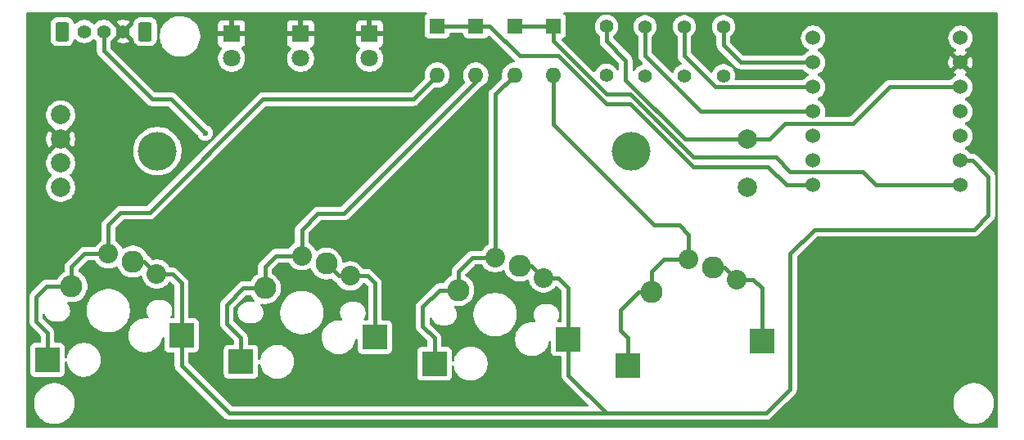
<source format=gbl>
%TF.GenerationSoftware,KiCad,Pcbnew,9.0.4-1.fc42app3*%
%TF.CreationDate,2025-10-17T06:38:32+02:00*%
%TF.ProjectId,ccc_macropad,6363635f-6d61-4637-926f-7061642e6b69,rev?*%
%TF.SameCoordinates,Original*%
%TF.FileFunction,Copper,L2,Bot*%
%TF.FilePolarity,Positive*%
%FSLAX46Y46*%
G04 Gerber Fmt 4.6, Leading zero omitted, Abs format (unit mm)*
G04 Created by KiCad (PCBNEW 9.0.4-1.fc42app3) date 2025-10-17 06:38:32*
%MOMM*%
%LPD*%
G01*
G04 APERTURE LIST*
G04 Aperture macros list*
%AMRoundRect*
0 Rectangle with rounded corners*
0 $1 Rounding radius*
0 $2 $3 $4 $5 $6 $7 $8 $9 X,Y pos of 4 corners*
0 Add a 4 corners polygon primitive as box body*
4,1,4,$2,$3,$4,$5,$6,$7,$8,$9,$2,$3,0*
0 Add four circle primitives for the rounded corners*
1,1,$1+$1,$2,$3*
1,1,$1+$1,$4,$5*
1,1,$1+$1,$6,$7*
1,1,$1+$1,$8,$9*
0 Add four rect primitives between the rounded corners*
20,1,$1+$1,$2,$3,$4,$5,0*
20,1,$1+$1,$4,$5,$6,$7,0*
20,1,$1+$1,$6,$7,$8,$9,0*
20,1,$1+$1,$8,$9,$2,$3,0*%
G04 Aperture macros list end*
%TA.AperFunction,ComponentPad*%
%ADD10R,1.800000X1.800000*%
%TD*%
%TA.AperFunction,ComponentPad*%
%ADD11C,1.800000*%
%TD*%
%TA.AperFunction,SMDPad,CuDef*%
%ADD12R,2.550000X2.500000*%
%TD*%
%TA.AperFunction,ComponentPad*%
%ADD13C,2.286000*%
%TD*%
%TA.AperFunction,ComponentPad*%
%ADD14C,2.032000*%
%TD*%
%TA.AperFunction,ComponentPad*%
%ADD15C,1.400000*%
%TD*%
%TA.AperFunction,ComponentPad*%
%ADD16C,2.000000*%
%TD*%
%TA.AperFunction,ComponentPad*%
%ADD17C,4.000000*%
%TD*%
%TA.AperFunction,ComponentPad*%
%ADD18C,1.524000*%
%TD*%
%TA.AperFunction,ComponentPad*%
%ADD19O,1.600000X1.600000*%
%TD*%
%TA.AperFunction,ComponentPad*%
%ADD20R,1.600000X1.600000*%
%TD*%
%TA.AperFunction,ComponentPad*%
%ADD21RoundRect,0.250000X-0.450000X-0.750000X0.450000X-0.750000X0.450000X0.750000X-0.450000X0.750000X0*%
%TD*%
%TA.AperFunction,ViaPad*%
%ADD22C,0.600000*%
%TD*%
%TA.AperFunction,Conductor*%
%ADD23C,0.400000*%
%TD*%
G04 APERTURE END LIST*
D10*
%TO.P,D8 LED,1,K*%
%TO.N,GND*%
X146500000Y-40730000D03*
D11*
%TO.P,D8 LED,2,A*%
%TO.N,Net-(D8-A)*%
X146500000Y-43270000D03*
%TD*%
D12*
%TO.P,SW1,1,1*%
%TO.N,Net-(U2-GPIO2{slash}SCK)*%
X127050000Y-71940000D03*
D13*
%TO.P,SW1,2,2*%
%TO.N,Net-(D7-A)*%
X115680000Y-66860000D03*
%TO.P,SW1,1,1*%
%TO.N,Net-(U2-GPIO2{slash}SCK)*%
X122030000Y-64320000D03*
D12*
%TO.P,SW1,2,2*%
%TO.N,Net-(D7-A)*%
X113200000Y-74480000D03*
D14*
%TO.P,SW1,1,1*%
%TO.N,Net-(U2-GPIO2{slash}SCK)*%
X124490000Y-65600000D03*
%TO.P,SW1,2,2*%
%TO.N,Net-(D7-A)*%
X119490000Y-63500000D03*
%TD*%
D12*
%TO.P,SW5,1,1*%
%TO.N,Net-(U2-GPIO4{slash}MISO)*%
X187060000Y-72540000D03*
D13*
%TO.P,SW5,2,2*%
%TO.N,Net-(D2-A)*%
X175690000Y-67460000D03*
%TO.P,SW5,1,1*%
%TO.N,Net-(U2-GPIO4{slash}MISO)*%
X182040000Y-64920000D03*
D12*
%TO.P,SW5,2,2*%
%TO.N,Net-(D2-A)*%
X173210000Y-75080000D03*
D14*
%TO.P,SW5,1,1*%
%TO.N,Net-(U2-GPIO4{slash}MISO)*%
X184500000Y-66200000D03*
%TO.P,SW5,2,2*%
%TO.N,Net-(D2-A)*%
X179500000Y-64100000D03*
%TD*%
D15*
%TO.P,100R,1*%
%TO.N,Net-(D8-A)*%
X179050000Y-45080000D03*
%TO.P,100R,2*%
%TO.N,Net-(U2-GPIO28{slash}ADC2{slash}A2)*%
X179050000Y-40000000D03*
%TD*%
%TO.P,100R,1*%
%TO.N,Net-(D9-A)*%
X183100000Y-45080000D03*
%TO.P,100R,2*%
%TO.N,Net-(U2-GPIO27{slash}ADC1{slash}A1)*%
X183100000Y-40000000D03*
%TD*%
D12*
%TO.P,SW4,1,1*%
%TO.N,Net-(U2-GPIO2{slash}SCK)*%
X167056667Y-72340000D03*
D13*
%TO.P,SW4,2,2*%
%TO.N,Net-(D1-A)*%
X155686667Y-67260000D03*
%TO.P,SW4,1,1*%
%TO.N,Net-(U2-GPIO2{slash}SCK)*%
X162036667Y-64720000D03*
D12*
%TO.P,SW4,2,2*%
%TO.N,Net-(D1-A)*%
X153206667Y-74880000D03*
D14*
%TO.P,SW4,1,1*%
%TO.N,Net-(U2-GPIO2{slash}SCK)*%
X164496667Y-66000000D03*
%TO.P,SW4,2,2*%
%TO.N,Net-(D1-A)*%
X159496667Y-63900000D03*
%TD*%
D16*
%TO.P,RV1,1,1*%
%TO.N,GND*%
X114560000Y-51625000D03*
%TO.P,RV1,1'*%
%TO.N,N/C*%
X114560000Y-56625000D03*
%TO.P,RV1,2,2*%
%TO.N,Net-(U2-GPIO26{slash}ADC0{slash}A0)*%
X114560000Y-49125000D03*
%TO.P,RV1,2'*%
%TO.N,N/C*%
X114560000Y-54125000D03*
%TO.P,RV1,3,3*%
%TO.N,Net-(U2-3V3)*%
X185560000Y-51625000D03*
%TO.P,RV1,3'*%
%TO.N,N/C*%
X185560000Y-56625000D03*
D17*
%TO.P,RV1,MP*%
X124560000Y-52875000D03*
X173560000Y-52875000D03*
%TD*%
D18*
%TO.P,U2,1,GPIO26/ADC0/A0*%
%TO.N,Net-(U2-GPIO26{slash}ADC0{slash}A0)*%
X192380000Y-41148500D03*
%TO.P,U2,2,GPIO27/ADC1/A1*%
%TO.N,Net-(U2-GPIO27{slash}ADC1{slash}A1)*%
X192380000Y-43688500D03*
%TO.P,U2,3,GPIO28/ADC2/A2*%
%TO.N,Net-(U2-GPIO28{slash}ADC2{slash}A2)*%
X192380000Y-46228500D03*
%TO.P,U2,4,GPIO29/ADC3/A3*%
%TO.N,Net-(U2-GPIO29{slash}ADC3{slash}A3)*%
X192380000Y-48768500D03*
%TO.P,U2,5,GPIO6/SDA*%
%TO.N,unconnected-(U2-GPIO6{slash}SDA-Pad5)_1*%
X192380000Y-51308500D03*
%TO.P,U2,6,GPIO7/SCL*%
%TO.N,unconnected-(U2-GPIO7{slash}SCL-Pad6)_1*%
X192380000Y-53848500D03*
%TO.P,U2,7,GPIO0/TX*%
%TO.N,Net-(D3-K)*%
X192380000Y-56388500D03*
%TO.P,U2,8,GPIO1/RX*%
%TO.N,Net-(D1-K)*%
X207620000Y-56388500D03*
%TO.P,U2,9,GPIO2/SCK*%
%TO.N,Net-(U2-GPIO2{slash}SCK)*%
X207620000Y-53848500D03*
%TO.P,U2,10,GPIO4/MISO*%
%TO.N,Net-(U2-GPIO4{slash}MISO)*%
X207620000Y-51308500D03*
%TO.P,U2,11,GPIO3/MOSI*%
%TO.N,Net-(SW3-B)*%
X207620000Y-48768500D03*
%TO.P,U2,12,3V3*%
%TO.N,Net-(U2-3V3)*%
X207620000Y-46228500D03*
%TO.P,U2,13,GND*%
%TO.N,GND*%
X207620000Y-43688500D03*
%TO.P,U2,14,VBUS*%
%TO.N,unconnected-(U2-VBUS-Pad14)*%
X207620000Y-41148500D03*
%TD*%
D19*
%TO.P,D2,2,A*%
%TO.N,Net-(D2-A)*%
X165500000Y-45000000D03*
D20*
%TO.P,D2,1,K*%
%TO.N,Net-(D1-K)*%
X165500000Y-39920000D03*
%TD*%
D15*
%TO.P,SW3,1,C*%
%TO.N,Net-(SW3-C)*%
X117000000Y-40500000D03*
%TO.P,SW3,2,B*%
%TO.N,Net-(SW3-B)*%
X119000000Y-40500000D03*
%TO.P,SW3,3,A*%
%TO.N,GND*%
X121000000Y-40500000D03*
D21*
%TO.P,SW3,MH*%
%TO.N,N/C*%
X114700000Y-40500000D03*
X123300000Y-40500000D03*
%TD*%
D10*
%TO.P,D9 LED,1,K*%
%TO.N,GND*%
X139365000Y-40730000D03*
D11*
%TO.P,D9 LED,2,A*%
%TO.N,Net-(D9-A)*%
X139365000Y-43270000D03*
%TD*%
D15*
%TO.P,100R,1*%
%TO.N,Net-(D6-A)*%
X175000000Y-45080000D03*
%TO.P,100R,2*%
%TO.N,Net-(U2-GPIO29{slash}ADC3{slash}A3)*%
X175000000Y-40000000D03*
%TD*%
%TO.P,10k,1*%
%TO.N,Net-(SW3-C)*%
X171000000Y-45040000D03*
%TO.P,10k,2*%
%TO.N,Net-(U2-3V3)*%
X171000000Y-39960000D03*
%TD*%
D10*
%TO.P,D6 LED,1,K*%
%TO.N,GND*%
X132230000Y-40730000D03*
D11*
%TO.P,D6 LED,2,A*%
%TO.N,Net-(D6-A)*%
X132230000Y-43270000D03*
%TD*%
D19*
%TO.P,D1,2,A*%
%TO.N,Net-(D1-A)*%
X161500000Y-45000000D03*
D20*
%TO.P,D1,1,K*%
%TO.N,Net-(D1-K)*%
X161500000Y-39920000D03*
%TD*%
D12*
%TO.P,SW2,1,1*%
%TO.N,Net-(U2-GPIO4{slash}MISO)*%
X147053333Y-72140000D03*
D13*
%TO.P,SW2,2,2*%
%TO.N,Net-(D3-A)*%
X135683333Y-67060000D03*
%TO.P,SW2,1,1*%
%TO.N,Net-(U2-GPIO4{slash}MISO)*%
X142033333Y-64520000D03*
D12*
%TO.P,SW2,2,2*%
%TO.N,Net-(D3-A)*%
X133203333Y-74680000D03*
D14*
%TO.P,SW2,1,1*%
%TO.N,Net-(U2-GPIO4{slash}MISO)*%
X144493333Y-65800000D03*
%TO.P,SW2,2,2*%
%TO.N,Net-(D3-A)*%
X139493333Y-63700000D03*
%TD*%
D19*
%TO.P,D3,2,A*%
%TO.N,Net-(D3-A)*%
X157500000Y-45000000D03*
D20*
%TO.P,D3,1,K*%
%TO.N,Net-(D3-K)*%
X157500000Y-39920000D03*
%TD*%
D19*
%TO.P,D7,2,A*%
%TO.N,Net-(D7-A)*%
X153500000Y-45000000D03*
D20*
%TO.P,D7,1,K*%
%TO.N,Net-(D3-K)*%
X153500000Y-39920000D03*
%TD*%
D22*
%TO.N,Net-(SW3-B)*%
X129500000Y-51000000D03*
%TD*%
D23*
%TO.N,Net-(D1-A)*%
X159496667Y-47003333D02*
X161500000Y-45000000D01*
X152000000Y-71000000D02*
X152000000Y-69000000D01*
X153206667Y-74880000D02*
X153206667Y-72206667D01*
X159496667Y-63900000D02*
X159496667Y-47003333D01*
X155686667Y-65313333D02*
X157100000Y-63900000D01*
X157100000Y-63900000D02*
X159496667Y-63900000D01*
X152000000Y-69000000D02*
X153740000Y-67260000D01*
X153206667Y-72206667D02*
X152000000Y-71000000D01*
X155876767Y-67450100D02*
X155686667Y-67260000D01*
X155686667Y-67260000D02*
X155686667Y-65313333D01*
X153740000Y-67260000D02*
X155686667Y-67260000D01*
%TO.N,Net-(D1-K)*%
X171000000Y-47000000D02*
X165500000Y-41500000D01*
X198888500Y-56388500D02*
X197500000Y-55000000D01*
X161500000Y-39920000D02*
X165500000Y-39920000D01*
X165500000Y-41500000D02*
X165500000Y-39920000D01*
X207620000Y-56388500D02*
X198888500Y-56388500D01*
X188500000Y-53500000D02*
X180000000Y-53500000D01*
X190000000Y-55000000D02*
X188500000Y-53500000D01*
X180000000Y-53500000D02*
X173500000Y-47000000D01*
X173500000Y-47000000D02*
X171000000Y-47000000D01*
X197500000Y-55000000D02*
X190000000Y-55000000D01*
%TO.N,Net-(D2-A)*%
X175690000Y-67460000D02*
X174325282Y-67460000D01*
X165500000Y-50100000D02*
X165500000Y-45000000D01*
X176900000Y-64100000D02*
X179500000Y-64100000D01*
X178550000Y-60550000D02*
X179500000Y-61500000D01*
X175690000Y-67460000D02*
X175690000Y-65310000D01*
X174325282Y-67460000D02*
X172428100Y-69357182D01*
X172428100Y-71428100D02*
X173210000Y-72210000D01*
X173210000Y-72210000D02*
X173210000Y-75080000D01*
X179500000Y-61500000D02*
X179500000Y-64100000D01*
X172428100Y-69357182D02*
X172428100Y-71428100D01*
X175950000Y-60550000D02*
X178550000Y-60550000D01*
X175880100Y-67650100D02*
X175690000Y-67460000D01*
X175690000Y-65310000D02*
X176900000Y-64100000D01*
X175950000Y-60550000D02*
X165500000Y-50100000D01*
%TO.N,Net-(D3-K)*%
X158920000Y-39920000D02*
X162000000Y-43000000D01*
X166000000Y-43000000D02*
X171000000Y-48000000D01*
X157500000Y-39920000D02*
X158920000Y-39920000D01*
X171000000Y-48000000D02*
X173500000Y-48000000D01*
X189611500Y-56388500D02*
X192380000Y-56388500D01*
X180000000Y-54500000D02*
X187723000Y-54500000D01*
X187723000Y-54500000D02*
X189611500Y-56388500D01*
X162000000Y-43000000D02*
X166000000Y-43000000D01*
X153500000Y-39920000D02*
X157500000Y-39920000D01*
X173500000Y-48000000D02*
X180000000Y-54500000D01*
%TO.N,Net-(D3-A)*%
X141153333Y-59346667D02*
X143846667Y-59346667D01*
X143846667Y-59346667D02*
X157500000Y-45693333D01*
X131723973Y-70723973D02*
X133203333Y-72203333D01*
X131723973Y-68776027D02*
X131723973Y-70723973D01*
X133440000Y-67060000D02*
X131723973Y-68776027D01*
X135683333Y-67060000D02*
X133440000Y-67060000D01*
X133203333Y-72203333D02*
X133203333Y-74680000D01*
X135873433Y-67250100D02*
X135683333Y-67060000D01*
X139493333Y-61006667D02*
X141153333Y-59346667D01*
X157500000Y-45693333D02*
X157500000Y-45000000D01*
X135683333Y-67060000D02*
X135683333Y-64816667D01*
X136800000Y-63700000D02*
X139493333Y-63700000D01*
X135683333Y-64816667D02*
X136800000Y-63700000D01*
X139493333Y-63700000D02*
X139493333Y-61006667D01*
%TO.N,Net-(D7-A)*%
X112000000Y-68000000D02*
X112000000Y-70500000D01*
X115680000Y-64820000D02*
X117000000Y-63500000D01*
X113140000Y-66860000D02*
X112000000Y-68000000D01*
X135490000Y-47500000D02*
X151000000Y-47500000D01*
X123745000Y-59245000D02*
X135490000Y-47500000D01*
X119490000Y-63500000D02*
X119490000Y-60510000D01*
X117000000Y-63500000D02*
X119490000Y-63500000D01*
X115680000Y-66860000D02*
X115680000Y-64820000D01*
X120755000Y-59245000D02*
X123745000Y-59245000D01*
X115870100Y-67050100D02*
X115680000Y-66860000D01*
X115680000Y-66860000D02*
X113140000Y-66860000D01*
X119490000Y-60510000D02*
X120755000Y-59245000D01*
X113200000Y-71700000D02*
X113200000Y-74480000D01*
X112000000Y-70500000D02*
X113200000Y-71700000D01*
X151000000Y-47500000D02*
X153500000Y-45000000D01*
%TO.N,Net-(SW3-B)*%
X126000000Y-47500000D02*
X124000000Y-47500000D01*
X129500000Y-51000000D02*
X126000000Y-47500000D01*
X119000000Y-42500000D02*
X119000000Y-40500000D01*
X124000000Y-47500000D02*
X119000000Y-42500000D01*
%TO.N,Net-(U2-GPIO29{slash}ADC3{slash}A3)*%
X180768500Y-48768500D02*
X192380000Y-48768500D01*
X175000000Y-40000000D02*
X175000000Y-43000000D01*
X175000000Y-43000000D02*
X180768500Y-48768500D01*
%TO.N,Net-(U2-GPIO28{slash}ADC2{slash}A2)*%
X179050000Y-43000000D02*
X179050000Y-40000000D01*
X182278500Y-46228500D02*
X182275000Y-46225000D01*
X182275000Y-46225000D02*
X179050000Y-43000000D01*
X192380000Y-46228500D02*
X182278500Y-46228500D01*
%TO.N,Net-(U2-GPIO27{slash}ADC1{slash}A1)*%
X183100000Y-40000000D02*
X183100000Y-41850000D01*
X184938500Y-43688500D02*
X192380000Y-43688500D01*
X183100000Y-41850000D02*
X184938500Y-43688500D01*
%TO.N,Net-(U2-3V3)*%
X179125000Y-51625000D02*
X184560000Y-51625000D01*
X187875000Y-51625000D02*
X189500000Y-50000000D01*
X171000000Y-39960000D02*
X171000000Y-41500000D01*
X173000000Y-43500000D02*
X173000000Y-45500000D01*
X207620000Y-46228500D02*
X200271500Y-46228500D01*
X173000000Y-45500000D02*
X179125000Y-51625000D01*
X171000000Y-41500000D02*
X173000000Y-43500000D01*
X189500000Y-50000000D02*
X196500000Y-50000000D01*
X200271500Y-46228500D02*
X196500000Y-50000000D01*
X185560000Y-51625000D02*
X187875000Y-51625000D01*
%TO.N,Net-(U2-GPIO2{slash}SCK)*%
X127050000Y-66550000D02*
X127050000Y-71940000D01*
X124490000Y-65600000D02*
X123210000Y-64320000D01*
X163216667Y-64720000D02*
X162036667Y-64720000D01*
X207620000Y-53848500D02*
X208848500Y-53848500D01*
X166000000Y-66000000D02*
X167056667Y-67056667D01*
X190000000Y-77500000D02*
X187500000Y-80000000D01*
X132000000Y-80000000D02*
X171000000Y-80000000D01*
X167056667Y-72340000D02*
X167056667Y-76056667D01*
X167056667Y-67056667D02*
X167056667Y-72340000D01*
X126100000Y-65600000D02*
X127050000Y-66550000D01*
X164496667Y-66000000D02*
X166000000Y-66000000D01*
X167056667Y-76056667D02*
X171000000Y-80000000D01*
X210500000Y-55500000D02*
X210500000Y-59500000D01*
X209000000Y-61000000D02*
X192500000Y-61000000D01*
X124490000Y-65600000D02*
X126100000Y-65600000D01*
X192500000Y-61000000D02*
X190000000Y-63500000D01*
X208848500Y-53848500D02*
X210500000Y-55500000D01*
X123210000Y-64320000D02*
X122030000Y-64320000D01*
X190000000Y-63500000D02*
X190000000Y-77500000D01*
X127050000Y-71940000D02*
X127050000Y-75050000D01*
X164496667Y-66000000D02*
X163216667Y-64720000D01*
X187500000Y-80000000D02*
X171000000Y-80000000D01*
X127050000Y-75050000D02*
X132000000Y-80000000D01*
X210500000Y-59500000D02*
X209000000Y-61000000D01*
%TO.N,Net-(U2-GPIO4{slash}MISO)*%
X184500000Y-66200000D02*
X186200000Y-66200000D01*
X143313333Y-65800000D02*
X144493333Y-65800000D01*
X146300000Y-65800000D02*
X147053333Y-66553333D01*
X183220000Y-64920000D02*
X182040000Y-64920000D01*
X184500000Y-66200000D02*
X183220000Y-64920000D01*
X142033333Y-64520000D02*
X143313333Y-65800000D01*
X147053333Y-66553333D02*
X147053333Y-72140000D01*
X144493333Y-65800000D02*
X146300000Y-65800000D01*
X187060000Y-67060000D02*
X187060000Y-72540000D01*
X186200000Y-66200000D02*
X187060000Y-67060000D01*
%TD*%
%TA.AperFunction,Conductor*%
%TO.N,GND*%
G36*
X152386862Y-38520185D02*
G01*
X152432617Y-38572989D01*
X152442561Y-38642147D01*
X152413536Y-38705703D01*
X152394137Y-38723763D01*
X152342454Y-38762454D01*
X152342453Y-38762455D01*
X152342452Y-38762456D01*
X152256206Y-38877664D01*
X152256202Y-38877671D01*
X152205908Y-39012517D01*
X152200246Y-39065185D01*
X152199501Y-39072123D01*
X152199500Y-39072135D01*
X152199500Y-40767870D01*
X152199501Y-40767876D01*
X152205908Y-40827483D01*
X152256202Y-40962328D01*
X152256206Y-40962335D01*
X152342452Y-41077544D01*
X152342455Y-41077547D01*
X152457664Y-41163793D01*
X152457671Y-41163797D01*
X152592517Y-41214091D01*
X152592516Y-41214091D01*
X152599444Y-41214835D01*
X152652127Y-41220500D01*
X154347872Y-41220499D01*
X154407483Y-41214091D01*
X154542331Y-41163796D01*
X154657546Y-41077546D01*
X154743796Y-40962331D01*
X154794091Y-40827483D01*
X154800500Y-40767873D01*
X154800500Y-40744500D01*
X154820185Y-40677461D01*
X154872989Y-40631706D01*
X154924500Y-40620500D01*
X156075501Y-40620500D01*
X156142540Y-40640185D01*
X156188295Y-40692989D01*
X156199501Y-40744500D01*
X156199501Y-40767876D01*
X156205908Y-40827483D01*
X156256202Y-40962328D01*
X156256206Y-40962335D01*
X156342452Y-41077544D01*
X156342455Y-41077547D01*
X156457664Y-41163793D01*
X156457671Y-41163797D01*
X156592517Y-41214091D01*
X156592516Y-41214091D01*
X156599444Y-41214835D01*
X156652127Y-41220500D01*
X158347872Y-41220499D01*
X158407483Y-41214091D01*
X158542331Y-41163796D01*
X158657546Y-41077546D01*
X158743796Y-40962331D01*
X158743797Y-40962325D01*
X158744895Y-40960319D01*
X158746518Y-40958695D01*
X158749112Y-40955231D01*
X158749610Y-40955603D01*
X158794300Y-40910914D01*
X158862573Y-40896062D01*
X158928037Y-40920479D01*
X158941408Y-40932065D01*
X161497161Y-43487819D01*
X161530646Y-43549142D01*
X161525662Y-43618834D01*
X161483790Y-43674767D01*
X161418326Y-43699184D01*
X161409480Y-43699500D01*
X161397648Y-43699500D01*
X161373329Y-43703351D01*
X161195465Y-43731522D01*
X161000776Y-43794781D01*
X160818386Y-43887715D01*
X160652786Y-44008028D01*
X160508028Y-44152786D01*
X160387715Y-44318386D01*
X160294781Y-44500776D01*
X160231522Y-44695465D01*
X160199500Y-44897648D01*
X160199500Y-45102351D01*
X160217986Y-45219068D01*
X160209031Y-45288362D01*
X160183194Y-45326147D01*
X158952553Y-46556789D01*
X158950202Y-46560309D01*
X158950200Y-46560312D01*
X158875895Y-46671515D01*
X158875888Y-46671528D01*
X158823088Y-46799000D01*
X158823085Y-46799010D01*
X158796167Y-46934337D01*
X158796167Y-62478927D01*
X158776482Y-62545966D01*
X158728464Y-62589411D01*
X158701847Y-62602973D01*
X158600647Y-62676500D01*
X158508734Y-62743279D01*
X158508732Y-62743281D01*
X158508731Y-62743281D01*
X158339948Y-62912064D01*
X158339948Y-62912065D01*
X158339946Y-62912067D01*
X158324847Y-62932849D01*
X158199638Y-63105182D01*
X158186080Y-63131794D01*
X158138106Y-63182590D01*
X158075595Y-63199500D01*
X157031004Y-63199500D01*
X156895677Y-63226418D01*
X156895667Y-63226421D01*
X156768192Y-63279222D01*
X156653454Y-63355887D01*
X155142554Y-64866787D01*
X155065889Y-64981525D01*
X155013088Y-65109000D01*
X155013085Y-65109012D01*
X154989252Y-65228827D01*
X154989252Y-65228833D01*
X154986167Y-65244340D01*
X154986167Y-65244343D01*
X154986167Y-65696391D01*
X154966482Y-65763430D01*
X154918463Y-65806875D01*
X154825286Y-65854351D01*
X154615996Y-66006410D01*
X154433077Y-66189329D01*
X154281020Y-66398617D01*
X154233544Y-66491795D01*
X154185569Y-66542591D01*
X154123059Y-66559500D01*
X153671004Y-66559500D01*
X153535677Y-66586418D01*
X153535667Y-66586421D01*
X153408192Y-66639222D01*
X153293454Y-66715887D01*
X151455887Y-68553454D01*
X151379222Y-68668192D01*
X151326421Y-68795667D01*
X151326418Y-68795679D01*
X151300553Y-68925712D01*
X151300552Y-68925717D01*
X151299500Y-68931004D01*
X151299500Y-68931007D01*
X151299500Y-70931006D01*
X151299500Y-71068994D01*
X151299500Y-71068996D01*
X151299499Y-71068996D01*
X151326418Y-71204322D01*
X151326421Y-71204332D01*
X151379222Y-71331807D01*
X151455887Y-71446545D01*
X151455888Y-71446546D01*
X152469848Y-72460505D01*
X152503333Y-72521828D01*
X152506167Y-72548186D01*
X152506167Y-73005500D01*
X152486482Y-73072539D01*
X152433678Y-73118294D01*
X152382167Y-73129500D01*
X151883796Y-73129500D01*
X151883790Y-73129501D01*
X151824183Y-73135908D01*
X151689338Y-73186202D01*
X151689331Y-73186206D01*
X151574122Y-73272452D01*
X151574119Y-73272455D01*
X151487873Y-73387664D01*
X151487869Y-73387671D01*
X151437575Y-73522517D01*
X151431168Y-73582116D01*
X151431168Y-73582123D01*
X151431167Y-73582135D01*
X151431167Y-76177870D01*
X151431168Y-76177876D01*
X151437575Y-76237483D01*
X151487869Y-76372328D01*
X151487873Y-76372335D01*
X151574119Y-76487544D01*
X151574122Y-76487547D01*
X151689331Y-76573793D01*
X151689338Y-76573797D01*
X151824184Y-76624091D01*
X151824183Y-76624091D01*
X151831111Y-76624835D01*
X151883794Y-76630500D01*
X154529539Y-76630499D01*
X154589150Y-76624091D01*
X154723998Y-76573796D01*
X154839213Y-76487546D01*
X154925463Y-76372331D01*
X154975758Y-76237483D01*
X154982167Y-76177873D01*
X154982166Y-75185148D01*
X155001850Y-75118112D01*
X155054654Y-75072357D01*
X155123813Y-75062413D01*
X155187369Y-75091438D01*
X155225143Y-75150216D01*
X155229105Y-75168964D01*
X155236119Y-75222238D01*
X155254661Y-75291438D01*
X155295509Y-75443887D01*
X155383317Y-75655876D01*
X155383324Y-75655890D01*
X155498059Y-75854617D01*
X155637748Y-76036661D01*
X155637756Y-76036670D01*
X155799997Y-76198911D01*
X155800005Y-76198918D01*
X155800006Y-76198919D01*
X155802129Y-76200548D01*
X155982049Y-76338607D01*
X155982052Y-76338608D01*
X155982055Y-76338611D01*
X156180779Y-76453344D01*
X156180784Y-76453346D01*
X156180790Y-76453349D01*
X156263345Y-76487544D01*
X156392780Y-76541158D01*
X156614429Y-76600548D01*
X156830979Y-76629057D01*
X156841917Y-76630498D01*
X156841933Y-76630500D01*
X156841940Y-76630500D01*
X157071394Y-76630500D01*
X157071401Y-76630500D01*
X157298905Y-76600548D01*
X157520554Y-76541158D01*
X157732555Y-76453344D01*
X157931279Y-76338611D01*
X158113328Y-76198919D01*
X158113332Y-76198914D01*
X158113337Y-76198911D01*
X158275578Y-76036670D01*
X158275581Y-76036665D01*
X158275586Y-76036661D01*
X158415278Y-75854612D01*
X158530011Y-75655888D01*
X158617825Y-75443887D01*
X158677215Y-75222238D01*
X158707167Y-74994734D01*
X158707167Y-74765266D01*
X158677215Y-74537762D01*
X158617825Y-74316113D01*
X158554398Y-74162987D01*
X158530016Y-74104123D01*
X158530013Y-74104117D01*
X158530011Y-74104112D01*
X158415278Y-73905388D01*
X158415275Y-73905385D01*
X158415274Y-73905382D01*
X158304547Y-73761081D01*
X158275586Y-73723339D01*
X158275585Y-73723338D01*
X158275578Y-73723330D01*
X158113337Y-73561089D01*
X158113328Y-73561081D01*
X157931284Y-73421392D01*
X157872877Y-73387671D01*
X157761449Y-73323338D01*
X157732557Y-73306657D01*
X157732543Y-73306650D01*
X157520554Y-73218842D01*
X157470760Y-73205500D01*
X157298905Y-73159452D01*
X157260882Y-73154446D01*
X157071408Y-73129500D01*
X157071401Y-73129500D01*
X156841933Y-73129500D01*
X156841925Y-73129500D01*
X156625382Y-73158009D01*
X156614429Y-73159452D01*
X156608320Y-73161089D01*
X156392779Y-73218842D01*
X156180790Y-73306650D01*
X156180776Y-73306657D01*
X155982049Y-73421392D01*
X155800005Y-73561081D01*
X155637748Y-73723338D01*
X155498059Y-73905382D01*
X155383324Y-74104109D01*
X155383317Y-74104123D01*
X155295509Y-74316112D01*
X155282337Y-74365272D01*
X155247783Y-74494233D01*
X155236120Y-74537759D01*
X155236118Y-74537769D01*
X155229105Y-74591036D01*
X155200838Y-74654932D01*
X155142513Y-74693402D01*
X155072648Y-74694233D01*
X155013425Y-74657160D01*
X154983647Y-74593954D01*
X154982166Y-74574849D01*
X154982166Y-73582129D01*
X154982165Y-73582123D01*
X154982164Y-73582116D01*
X154975758Y-73522517D01*
X154972811Y-73514617D01*
X154925464Y-73387671D01*
X154925460Y-73387664D01*
X154839214Y-73272455D01*
X154839211Y-73272452D01*
X154724002Y-73186206D01*
X154723995Y-73186202D01*
X154589149Y-73135908D01*
X154589150Y-73135908D01*
X154529550Y-73129501D01*
X154529548Y-73129500D01*
X154529540Y-73129500D01*
X154529532Y-73129500D01*
X154031167Y-73129500D01*
X153964128Y-73109815D01*
X153918373Y-73057011D01*
X153907167Y-73005500D01*
X153907167Y-72137671D01*
X153884807Y-72025266D01*
X153880247Y-72002339D01*
X153878355Y-71997772D01*
X153849687Y-71928561D01*
X153827442Y-71874856D01*
X153750781Y-71760124D01*
X153750779Y-71760121D01*
X152736819Y-70746161D01*
X152703334Y-70684838D01*
X152700500Y-70658480D01*
X152700500Y-70219474D01*
X152720185Y-70152435D01*
X152772989Y-70106680D01*
X152842147Y-70096736D01*
X152905703Y-70125761D01*
X152942431Y-70181157D01*
X152955956Y-70222785D01*
X152955958Y-70222791D01*
X153016700Y-70342002D01*
X153034665Y-70377260D01*
X153136566Y-70517514D01*
X153259153Y-70640101D01*
X153399407Y-70742002D01*
X153447793Y-70766656D01*
X153553875Y-70820708D01*
X153553878Y-70820709D01*
X153619813Y-70842132D01*
X153718755Y-70874280D01*
X153791951Y-70885873D01*
X153889980Y-70901400D01*
X153889985Y-70901400D01*
X154511554Y-70901400D01*
X154594562Y-70888252D01*
X154682779Y-70874280D01*
X154847658Y-70820708D01*
X155002127Y-70742002D01*
X155142381Y-70640101D01*
X155264968Y-70517514D01*
X155366869Y-70377260D01*
X155445575Y-70222791D01*
X155499147Y-70057912D01*
X155516698Y-69947099D01*
X155526267Y-69886687D01*
X155526267Y-69713312D01*
X155519127Y-69668233D01*
X155516698Y-69652900D01*
X157252267Y-69652900D01*
X157252267Y-69947099D01*
X157252268Y-69947116D01*
X157288560Y-70222785D01*
X157290669Y-70238800D01*
X157361117Y-70501716D01*
X157366819Y-70522994D01*
X157479401Y-70794794D01*
X157479409Y-70794810D01*
X157626507Y-71049589D01*
X157626518Y-71049605D01*
X157805615Y-71283009D01*
X157805621Y-71283016D01*
X158013650Y-71491045D01*
X158013657Y-71491051D01*
X158110527Y-71565382D01*
X158247070Y-71670155D01*
X158247077Y-71670159D01*
X158501856Y-71817257D01*
X158501872Y-71817265D01*
X158773672Y-71929847D01*
X158773674Y-71929847D01*
X158773680Y-71929850D01*
X159057867Y-72005998D01*
X159349561Y-72044400D01*
X159349568Y-72044400D01*
X159643766Y-72044400D01*
X159643773Y-72044400D01*
X159935467Y-72005998D01*
X160219654Y-71929850D01*
X160360464Y-71871525D01*
X160491461Y-71817265D01*
X160491464Y-71817263D01*
X160491470Y-71817261D01*
X160746264Y-71670155D01*
X160979678Y-71491050D01*
X161187717Y-71283011D01*
X161366822Y-71049597D01*
X161513928Y-70794803D01*
X161514689Y-70792967D01*
X161626514Y-70522994D01*
X161626513Y-70522994D01*
X161626517Y-70522987D01*
X161702665Y-70238800D01*
X161741067Y-69947106D01*
X161741067Y-69652894D01*
X161702665Y-69361200D01*
X161626517Y-69077013D01*
X161605128Y-69025374D01*
X161513932Y-68805205D01*
X161513924Y-68805189D01*
X161368585Y-68553457D01*
X161366822Y-68550403D01*
X161255408Y-68405205D01*
X161187718Y-68316990D01*
X161187712Y-68316983D01*
X160979683Y-68108954D01*
X160979676Y-68108948D01*
X160746272Y-67929851D01*
X160746270Y-67929849D01*
X160746264Y-67929845D01*
X160746259Y-67929842D01*
X160746256Y-67929840D01*
X160491477Y-67782742D01*
X160491461Y-67782734D01*
X160219661Y-67670152D01*
X160212346Y-67668192D01*
X159935467Y-67594002D01*
X159935466Y-67594001D01*
X159935463Y-67594001D01*
X159643783Y-67555601D01*
X159643778Y-67555600D01*
X159643773Y-67555600D01*
X159349561Y-67555600D01*
X159349555Y-67555600D01*
X159349550Y-67555601D01*
X159057870Y-67594001D01*
X158773672Y-67670152D01*
X158501872Y-67782734D01*
X158501856Y-67782742D01*
X158247077Y-67929840D01*
X158247061Y-67929851D01*
X158013657Y-68108948D01*
X158013650Y-68108954D01*
X157805621Y-68316983D01*
X157805615Y-68316990D01*
X157626518Y-68550394D01*
X157626507Y-68550410D01*
X157479409Y-68805189D01*
X157479401Y-68805205D01*
X157366819Y-69077005D01*
X157290668Y-69361203D01*
X157252268Y-69652883D01*
X157252267Y-69652900D01*
X155516698Y-69652900D01*
X155504710Y-69577211D01*
X155499147Y-69542088D01*
X155460369Y-69422740D01*
X155445576Y-69377211D01*
X155445575Y-69377208D01*
X155394793Y-69277544D01*
X155366869Y-69222740D01*
X155264968Y-69082486D01*
X155264959Y-69082477D01*
X155261804Y-69078782D01*
X155263253Y-69077544D01*
X155233650Y-69023330D01*
X155238634Y-68953638D01*
X155280506Y-68897705D01*
X155345970Y-68873288D01*
X155374214Y-68874499D01*
X155557316Y-68903500D01*
X155557321Y-68903500D01*
X155816018Y-68903500D01*
X155972078Y-68878782D01*
X156071521Y-68863032D01*
X156317552Y-68783091D01*
X156548049Y-68665647D01*
X156757335Y-68513592D01*
X156940259Y-68330668D01*
X157092314Y-68121382D01*
X157209758Y-67890885D01*
X157289699Y-67644854D01*
X157313112Y-67497027D01*
X157330167Y-67389351D01*
X157330167Y-67130648D01*
X157298490Y-66930654D01*
X157289699Y-66875146D01*
X157209758Y-66629115D01*
X157092314Y-66398618D01*
X156940259Y-66189332D01*
X156757335Y-66006408D01*
X156642578Y-65923032D01*
X156548047Y-65854351D01*
X156454871Y-65806875D01*
X156443807Y-65796426D01*
X156429964Y-65790104D01*
X156418922Y-65772923D01*
X156404076Y-65758901D01*
X156399834Y-65743221D01*
X156392190Y-65731326D01*
X156387167Y-65696391D01*
X156387167Y-65654852D01*
X156406852Y-65587813D01*
X156423486Y-65567171D01*
X157353838Y-64636819D01*
X157415161Y-64603334D01*
X157441519Y-64600500D01*
X158075595Y-64600500D01*
X158142634Y-64620185D01*
X158186080Y-64668206D01*
X158199638Y-64694817D01*
X158238043Y-64747676D01*
X158339946Y-64887933D01*
X158508734Y-65056721D01*
X158701848Y-65197027D01*
X158914533Y-65305395D01*
X159141552Y-65379158D01*
X159377316Y-65416500D01*
X159377317Y-65416500D01*
X159616017Y-65416500D01*
X159616018Y-65416500D01*
X159851782Y-65379158D01*
X160078801Y-65305395D01*
X160291486Y-65197027D01*
X160292625Y-65196199D01*
X160293135Y-65196017D01*
X160295642Y-65194481D01*
X160295964Y-65195007D01*
X160358426Y-65172709D01*
X160426482Y-65188524D01*
X160475185Y-65238621D01*
X160483456Y-65258187D01*
X160513577Y-65350888D01*
X160619565Y-65558901D01*
X160631020Y-65581382D01*
X160783075Y-65790668D01*
X160965999Y-65973592D01*
X161175285Y-66125647D01*
X161405782Y-66243091D01*
X161651813Y-66323032D01*
X161747628Y-66338207D01*
X161907316Y-66363500D01*
X161907321Y-66363500D01*
X162166018Y-66363500D01*
X162307961Y-66341017D01*
X162421521Y-66323032D01*
X162667552Y-66243091D01*
X162822889Y-66163942D01*
X162891556Y-66151046D01*
X162956297Y-66177322D01*
X162996555Y-66234428D01*
X163001656Y-66255028D01*
X163017508Y-66355112D01*
X163017509Y-66355115D01*
X163091272Y-66582134D01*
X163199640Y-66794819D01*
X163339946Y-66987933D01*
X163508734Y-67156721D01*
X163701848Y-67297027D01*
X163914533Y-67405395D01*
X164141552Y-67479158D01*
X164377316Y-67516500D01*
X164377317Y-67516500D01*
X164616017Y-67516500D01*
X164616018Y-67516500D01*
X164851782Y-67479158D01*
X165078801Y-67405395D01*
X165291486Y-67297027D01*
X165484600Y-67156721D01*
X165653388Y-66987933D01*
X165712761Y-66906212D01*
X165768091Y-66863547D01*
X165837704Y-66857568D01*
X165899499Y-66890174D01*
X165900760Y-66891417D01*
X166319848Y-67310505D01*
X166353333Y-67371828D01*
X166356167Y-67398186D01*
X166356167Y-70465500D01*
X166336482Y-70532539D01*
X166283678Y-70578294D01*
X166232167Y-70589500D01*
X166035131Y-70589500D01*
X165968092Y-70569815D01*
X165922337Y-70517011D01*
X165912393Y-70447853D01*
X165934812Y-70392615D01*
X165945969Y-70377260D01*
X166024675Y-70222791D01*
X166078247Y-70057912D01*
X166095798Y-69947099D01*
X166105367Y-69886687D01*
X166105367Y-69713312D01*
X166083810Y-69577211D01*
X166078247Y-69542088D01*
X166039469Y-69422740D01*
X166024676Y-69377211D01*
X166024675Y-69377208D01*
X165973893Y-69277544D01*
X165945969Y-69222740D01*
X165844068Y-69082486D01*
X165721481Y-68959899D01*
X165581227Y-68857998D01*
X165426758Y-68779291D01*
X165426755Y-68779290D01*
X165261880Y-68725720D01*
X165090654Y-68698600D01*
X165090649Y-68698600D01*
X164469085Y-68698600D01*
X164469080Y-68698600D01*
X164297853Y-68725720D01*
X164132978Y-68779290D01*
X164132975Y-68779291D01*
X163978506Y-68857998D01*
X163915879Y-68903500D01*
X163838253Y-68959899D01*
X163838251Y-68959901D01*
X163838250Y-68959901D01*
X163715668Y-69082483D01*
X163715668Y-69082484D01*
X163715666Y-69082486D01*
X163672364Y-69142086D01*
X163613765Y-69222739D01*
X163535058Y-69377208D01*
X163535057Y-69377211D01*
X163481487Y-69542086D01*
X163454367Y-69713312D01*
X163454367Y-69886687D01*
X163481487Y-70057913D01*
X163535057Y-70222788D01*
X163535058Y-70222791D01*
X163613766Y-70377262D01*
X163634977Y-70406457D01*
X163658456Y-70472263D01*
X163642630Y-70540317D01*
X163592524Y-70589011D01*
X163524046Y-70602886D01*
X163518477Y-70602280D01*
X163506135Y-70600655D01*
X163421408Y-70589500D01*
X163421401Y-70589500D01*
X163191933Y-70589500D01*
X163191925Y-70589500D01*
X162975382Y-70618009D01*
X162964429Y-70619452D01*
X162887376Y-70640098D01*
X162742779Y-70678842D01*
X162530790Y-70766650D01*
X162530776Y-70766657D01*
X162332049Y-70881392D01*
X162150005Y-71021081D01*
X161987748Y-71183338D01*
X161848059Y-71365382D01*
X161733324Y-71564109D01*
X161733317Y-71564123D01*
X161645509Y-71776112D01*
X161611808Y-71901887D01*
X161599549Y-71947642D01*
X161586120Y-71997759D01*
X161586118Y-71997770D01*
X161556167Y-72225258D01*
X161556167Y-72454741D01*
X161565628Y-72526597D01*
X161586119Y-72682238D01*
X161613977Y-72786206D01*
X161645509Y-72903887D01*
X161733317Y-73115876D01*
X161733324Y-73115890D01*
X161771567Y-73182129D01*
X161845286Y-73309815D01*
X161848059Y-73314617D01*
X161987748Y-73496661D01*
X161987756Y-73496670D01*
X162149997Y-73658911D01*
X162150005Y-73658918D01*
X162150006Y-73658919D01*
X162152129Y-73660548D01*
X162332049Y-73798607D01*
X162332052Y-73798608D01*
X162332055Y-73798611D01*
X162530779Y-73913344D01*
X162530784Y-73913346D01*
X162530790Y-73913349D01*
X162613345Y-73947544D01*
X162742780Y-74001158D01*
X162964429Y-74060548D01*
X163180979Y-74089057D01*
X163191917Y-74090498D01*
X163191933Y-74090500D01*
X163191940Y-74090500D01*
X163421394Y-74090500D01*
X163421401Y-74090500D01*
X163648905Y-74060548D01*
X163870554Y-74001158D01*
X164082555Y-73913344D01*
X164281279Y-73798611D01*
X164463328Y-73658919D01*
X164463332Y-73658914D01*
X164463337Y-73658911D01*
X164625578Y-73496670D01*
X164625581Y-73496665D01*
X164625586Y-73496661D01*
X164765278Y-73314612D01*
X164880011Y-73115888D01*
X164967825Y-72903887D01*
X165027215Y-72682238D01*
X165034228Y-72628964D01*
X165062494Y-72565069D01*
X165120818Y-72526597D01*
X165190683Y-72525765D01*
X165249906Y-72562837D01*
X165279686Y-72626043D01*
X165281167Y-72645150D01*
X165281167Y-73637870D01*
X165281168Y-73637876D01*
X165287575Y-73697483D01*
X165337869Y-73832328D01*
X165337873Y-73832335D01*
X165424119Y-73947544D01*
X165424122Y-73947547D01*
X165539331Y-74033793D01*
X165539338Y-74033797D01*
X165584285Y-74050561D01*
X165674184Y-74084091D01*
X165733794Y-74090500D01*
X166232167Y-74090499D01*
X166299206Y-74110183D01*
X166344961Y-74162987D01*
X166356167Y-74214499D01*
X166356167Y-75987673D01*
X166356167Y-76125661D01*
X166356167Y-76125663D01*
X166356166Y-76125663D01*
X166383085Y-76260989D01*
X166383088Y-76260999D01*
X166435889Y-76388474D01*
X166512554Y-76503212D01*
X166512555Y-76503213D01*
X169097162Y-79087819D01*
X169130647Y-79149142D01*
X169125663Y-79218834D01*
X169083791Y-79274767D01*
X169018327Y-79299184D01*
X169009481Y-79299500D01*
X132341519Y-79299500D01*
X132274480Y-79279815D01*
X132253838Y-79263181D01*
X127786819Y-74796162D01*
X127753334Y-74734839D01*
X127750500Y-74708481D01*
X127750500Y-73814499D01*
X127770185Y-73747460D01*
X127822989Y-73701705D01*
X127874500Y-73690499D01*
X128372871Y-73690499D01*
X128372872Y-73690499D01*
X128432483Y-73684091D01*
X128567331Y-73633796D01*
X128682546Y-73547546D01*
X128768796Y-73432331D01*
X128819091Y-73297483D01*
X128825500Y-73237873D01*
X128825499Y-70792969D01*
X131023472Y-70792969D01*
X131050391Y-70928295D01*
X131050394Y-70928305D01*
X131103195Y-71055780D01*
X131179860Y-71170518D01*
X131179861Y-71170519D01*
X132466514Y-72457171D01*
X132499999Y-72518494D01*
X132502833Y-72544852D01*
X132502833Y-72805500D01*
X132483148Y-72872539D01*
X132430344Y-72918294D01*
X132378833Y-72929500D01*
X131880462Y-72929500D01*
X131880456Y-72929501D01*
X131820849Y-72935908D01*
X131686004Y-72986202D01*
X131685997Y-72986206D01*
X131570788Y-73072452D01*
X131570785Y-73072455D01*
X131484539Y-73187664D01*
X131484535Y-73187671D01*
X131434241Y-73322517D01*
X131427834Y-73382116D01*
X131427834Y-73382123D01*
X131427833Y-73382135D01*
X131427833Y-75977870D01*
X131427834Y-75977876D01*
X131434241Y-76037483D01*
X131484535Y-76172328D01*
X131484539Y-76172335D01*
X131570785Y-76287544D01*
X131570788Y-76287547D01*
X131685997Y-76373793D01*
X131686004Y-76373797D01*
X131820850Y-76424091D01*
X131820849Y-76424091D01*
X131827777Y-76424835D01*
X131880460Y-76430500D01*
X134526205Y-76430499D01*
X134585816Y-76424091D01*
X134720664Y-76373796D01*
X134835879Y-76287546D01*
X134922129Y-76172331D01*
X134972424Y-76037483D01*
X134978833Y-75977873D01*
X134978832Y-74985148D01*
X134998516Y-74918112D01*
X135051320Y-74872357D01*
X135120479Y-74862413D01*
X135184035Y-74891438D01*
X135221809Y-74950216D01*
X135225771Y-74968964D01*
X135227902Y-74985151D01*
X135232785Y-75022238D01*
X135258711Y-75118996D01*
X135292175Y-75243887D01*
X135379983Y-75455876D01*
X135379990Y-75455890D01*
X135494725Y-75654617D01*
X135634414Y-75836661D01*
X135634422Y-75836670D01*
X135796663Y-75998911D01*
X135796671Y-75998918D01*
X135978715Y-76138607D01*
X135978718Y-76138608D01*
X135978721Y-76138611D01*
X136177445Y-76253344D01*
X136177450Y-76253346D01*
X136177456Y-76253349D01*
X136260011Y-76287544D01*
X136389446Y-76341158D01*
X136611095Y-76400548D01*
X136827645Y-76429057D01*
X136838583Y-76430498D01*
X136838599Y-76430500D01*
X136838606Y-76430500D01*
X137068060Y-76430500D01*
X137068067Y-76430500D01*
X137295571Y-76400548D01*
X137517220Y-76341158D01*
X137729221Y-76253344D01*
X137927945Y-76138611D01*
X138109994Y-75998919D01*
X138109998Y-75998914D01*
X138110003Y-75998911D01*
X138272244Y-75836670D01*
X138272247Y-75836665D01*
X138272252Y-75836661D01*
X138411944Y-75654612D01*
X138526677Y-75455888D01*
X138614491Y-75243887D01*
X138673881Y-75022238D01*
X138703833Y-74794734D01*
X138703833Y-74565266D01*
X138673881Y-74337762D01*
X138614491Y-74116113D01*
X138564523Y-73995480D01*
X138526682Y-73904123D01*
X138526679Y-73904117D01*
X138526677Y-73904112D01*
X138411944Y-73705388D01*
X138411941Y-73705385D01*
X138411940Y-73705382D01*
X138301213Y-73561081D01*
X138272252Y-73523339D01*
X138272251Y-73523338D01*
X138272244Y-73523330D01*
X138110003Y-73361089D01*
X138109994Y-73361081D01*
X137927950Y-73221392D01*
X137869543Y-73187671D01*
X137756693Y-73122517D01*
X137729223Y-73106657D01*
X137729209Y-73106650D01*
X137517220Y-73018842D01*
X137467426Y-73005500D01*
X137295571Y-72959452D01*
X137257548Y-72954446D01*
X137068074Y-72929500D01*
X137068067Y-72929500D01*
X136838599Y-72929500D01*
X136838591Y-72929500D01*
X136622048Y-72958009D01*
X136611095Y-72959452D01*
X136517409Y-72984554D01*
X136389445Y-73018842D01*
X136177456Y-73106650D01*
X136177442Y-73106657D01*
X135978715Y-73221392D01*
X135796671Y-73361081D01*
X135634414Y-73523338D01*
X135494725Y-73705382D01*
X135379990Y-73904109D01*
X135379983Y-73904123D01*
X135292175Y-74116112D01*
X135265813Y-74214499D01*
X135241799Y-74304123D01*
X135232786Y-74337759D01*
X135232784Y-74337769D01*
X135225771Y-74391036D01*
X135197504Y-74454932D01*
X135139179Y-74493402D01*
X135069314Y-74494233D01*
X135010091Y-74457160D01*
X134980313Y-74393954D01*
X134978832Y-74374849D01*
X134978832Y-73382129D01*
X134978831Y-73382123D01*
X134978830Y-73382116D01*
X134972424Y-73322517D01*
X134969952Y-73315890D01*
X134922130Y-73187671D01*
X134922126Y-73187664D01*
X134835880Y-73072455D01*
X134835877Y-73072452D01*
X134720668Y-72986206D01*
X134720661Y-72986202D01*
X134585815Y-72935908D01*
X134585816Y-72935908D01*
X134526216Y-72929501D01*
X134526214Y-72929500D01*
X134526206Y-72929500D01*
X134526198Y-72929500D01*
X134027833Y-72929500D01*
X133960794Y-72909815D01*
X133915039Y-72857011D01*
X133903833Y-72805500D01*
X133903833Y-72134339D01*
X133897336Y-72101681D01*
X133897336Y-72101678D01*
X133885369Y-72041519D01*
X133876913Y-71999005D01*
X133876402Y-71997772D01*
X133824110Y-71871525D01*
X133747445Y-71756787D01*
X132460792Y-70470134D01*
X132427307Y-70408811D01*
X132424473Y-70382453D01*
X132424473Y-69117546D01*
X132444158Y-69050507D01*
X132460792Y-69029865D01*
X133693838Y-67796819D01*
X133755161Y-67763334D01*
X133781519Y-67760500D01*
X134119725Y-67760500D01*
X134186764Y-67780185D01*
X134230210Y-67828205D01*
X134277686Y-67921382D01*
X134429741Y-68130668D01*
X134429743Y-68130670D01*
X134585992Y-68286919D01*
X134619477Y-68348242D01*
X134614493Y-68417934D01*
X134572621Y-68473867D01*
X134507157Y-68498284D01*
X134498311Y-68498600D01*
X133886646Y-68498600D01*
X133715419Y-68525720D01*
X133550544Y-68579290D01*
X133550541Y-68579291D01*
X133396072Y-68657998D01*
X133343919Y-68695890D01*
X133255819Y-68759899D01*
X133255817Y-68759901D01*
X133255816Y-68759901D01*
X133133234Y-68882483D01*
X133133234Y-68882484D01*
X133133232Y-68882486D01*
X133097979Y-68931007D01*
X133031331Y-69022739D01*
X132952624Y-69177208D01*
X132952623Y-69177211D01*
X132899053Y-69342086D01*
X132871933Y-69513312D01*
X132871933Y-69686687D01*
X132899053Y-69857913D01*
X132952623Y-70022788D01*
X132952624Y-70022791D01*
X133015963Y-70147099D01*
X133031331Y-70177260D01*
X133133232Y-70317514D01*
X133255819Y-70440101D01*
X133396073Y-70542002D01*
X133444459Y-70566656D01*
X133550541Y-70620708D01*
X133550544Y-70620709D01*
X133616479Y-70642132D01*
X133715421Y-70674280D01*
X133794724Y-70686840D01*
X133886646Y-70701400D01*
X133886651Y-70701400D01*
X134508220Y-70701400D01*
X134591228Y-70688252D01*
X134679445Y-70674280D01*
X134844324Y-70620708D01*
X134998793Y-70542002D01*
X135139047Y-70440101D01*
X135261634Y-70317514D01*
X135363535Y-70177260D01*
X135442241Y-70022791D01*
X135495813Y-69857912D01*
X135518091Y-69717255D01*
X135522933Y-69686687D01*
X135522933Y-69513312D01*
X135515793Y-69468233D01*
X135513364Y-69452900D01*
X137248933Y-69452900D01*
X137248933Y-69747099D01*
X137248934Y-69747116D01*
X137279232Y-69977257D01*
X137287335Y-70038800D01*
X137357081Y-70299096D01*
X137363485Y-70322994D01*
X137476067Y-70594794D01*
X137476075Y-70594810D01*
X137623173Y-70849589D01*
X137623184Y-70849605D01*
X137802281Y-71083009D01*
X137802287Y-71083016D01*
X138010316Y-71291045D01*
X138010323Y-71291051D01*
X138130594Y-71383338D01*
X138243736Y-71470155D01*
X138243743Y-71470159D01*
X138498522Y-71617257D01*
X138498538Y-71617265D01*
X138770338Y-71729847D01*
X138770340Y-71729847D01*
X138770346Y-71729850D01*
X139054533Y-71805998D01*
X139346227Y-71844400D01*
X139346234Y-71844400D01*
X139640432Y-71844400D01*
X139640439Y-71844400D01*
X139932133Y-71805998D01*
X140216320Y-71729850D01*
X140360438Y-71670155D01*
X140488127Y-71617265D01*
X140488130Y-71617263D01*
X140488136Y-71617261D01*
X140742930Y-71470155D01*
X140976344Y-71291050D01*
X141184383Y-71083011D01*
X141363488Y-70849597D01*
X141510594Y-70594803D01*
X141515684Y-70582516D01*
X141623180Y-70322994D01*
X141623179Y-70322994D01*
X141623183Y-70322987D01*
X141699331Y-70038800D01*
X141737733Y-69747106D01*
X141737733Y-69452894D01*
X141699331Y-69161200D01*
X141623183Y-68877013D01*
X141622142Y-68874499D01*
X141510598Y-68605205D01*
X141510590Y-68605189D01*
X141363492Y-68350410D01*
X141363488Y-68350403D01*
X141210028Y-68150410D01*
X141184384Y-68116990D01*
X141184378Y-68116983D01*
X140976349Y-67908954D01*
X140976342Y-67908948D01*
X140742938Y-67729851D01*
X140742936Y-67729849D01*
X140742930Y-67729845D01*
X140742925Y-67729842D01*
X140742922Y-67729840D01*
X140488143Y-67582742D01*
X140488127Y-67582734D01*
X140216327Y-67470152D01*
X140121899Y-67444850D01*
X139932133Y-67394002D01*
X139932132Y-67394001D01*
X139932129Y-67394001D01*
X139640449Y-67355601D01*
X139640444Y-67355600D01*
X139640439Y-67355600D01*
X139346227Y-67355600D01*
X139346221Y-67355600D01*
X139346216Y-67355601D01*
X139054536Y-67394001D01*
X138770338Y-67470152D01*
X138498538Y-67582734D01*
X138498522Y-67582742D01*
X138243743Y-67729840D01*
X138243727Y-67729851D01*
X138010323Y-67908948D01*
X138010316Y-67908954D01*
X137802287Y-68116983D01*
X137802281Y-68116990D01*
X137623184Y-68350394D01*
X137623173Y-68350410D01*
X137476075Y-68605189D01*
X137476067Y-68605205D01*
X137363485Y-68877005D01*
X137287334Y-69161203D01*
X137248934Y-69452883D01*
X137248933Y-69452900D01*
X135513364Y-69452900D01*
X135501376Y-69377211D01*
X135495813Y-69342088D01*
X135466829Y-69252883D01*
X135442242Y-69177211D01*
X135442241Y-69177208D01*
X135391459Y-69077544D01*
X135363535Y-69022740D01*
X135261634Y-68882486D01*
X135261625Y-68882477D01*
X135258470Y-68878782D01*
X135259919Y-68877544D01*
X135230316Y-68823330D01*
X135235300Y-68753638D01*
X135277172Y-68697705D01*
X135342636Y-68673288D01*
X135370880Y-68674499D01*
X135553982Y-68703500D01*
X135553987Y-68703500D01*
X135812684Y-68703500D01*
X135968744Y-68678782D01*
X136068187Y-68663032D01*
X136314218Y-68583091D01*
X136544715Y-68465647D01*
X136754001Y-68313592D01*
X136936925Y-68130668D01*
X137088980Y-67921382D01*
X137206424Y-67690885D01*
X137286365Y-67444854D01*
X137309778Y-67297027D01*
X137326833Y-67189351D01*
X137326833Y-66930648D01*
X137295156Y-66730654D01*
X137286365Y-66675146D01*
X137206424Y-66429115D01*
X137088980Y-66198618D01*
X136936925Y-65989332D01*
X136754001Y-65806408D01*
X136634177Y-65719351D01*
X136544713Y-65654351D01*
X136451537Y-65606875D01*
X136400742Y-65558901D01*
X136383833Y-65496391D01*
X136383833Y-65158186D01*
X136403518Y-65091147D01*
X136420152Y-65070505D01*
X137053838Y-64436819D01*
X137115161Y-64403334D01*
X137141519Y-64400500D01*
X138072261Y-64400500D01*
X138139300Y-64420185D01*
X138182746Y-64468206D01*
X138196304Y-64494817D01*
X138215212Y-64520841D01*
X138336612Y-64687933D01*
X138505400Y-64856721D01*
X138698514Y-64997027D01*
X138911199Y-65105395D01*
X139138218Y-65179158D01*
X139373982Y-65216500D01*
X139373983Y-65216500D01*
X139612683Y-65216500D01*
X139612684Y-65216500D01*
X139848448Y-65179158D01*
X140075467Y-65105395D01*
X140288152Y-64997027D01*
X140289291Y-64996199D01*
X140289801Y-64996017D01*
X140292308Y-64994481D01*
X140292630Y-64995007D01*
X140355092Y-64972709D01*
X140423148Y-64988524D01*
X140471851Y-65038621D01*
X140480122Y-65058187D01*
X140510243Y-65150888D01*
X140616231Y-65358901D01*
X140627686Y-65381382D01*
X140779741Y-65590668D01*
X140962665Y-65773592D01*
X141171951Y-65925647D01*
X141402448Y-66043091D01*
X141648479Y-66123032D01*
X141744294Y-66138207D01*
X141903982Y-66163500D01*
X141903987Y-66163500D01*
X142162684Y-66163500D01*
X142353746Y-66133238D01*
X142418187Y-66123032D01*
X142517646Y-66090714D01*
X142532856Y-66090280D01*
X142547115Y-66084962D01*
X142567067Y-66089302D01*
X142587483Y-66088719D01*
X142601571Y-66096808D01*
X142615388Y-66099814D01*
X142643642Y-66120965D01*
X142769219Y-66246542D01*
X142823175Y-66300498D01*
X142866792Y-66344115D01*
X142981515Y-66420771D01*
X142981522Y-66420775D01*
X143035398Y-66443091D01*
X143099098Y-66469476D01*
X143110011Y-66478271D01*
X143153499Y-66513315D01*
X143162126Y-66527738D01*
X143196306Y-66594819D01*
X143336612Y-66787933D01*
X143505400Y-66956721D01*
X143698514Y-67097027D01*
X143911199Y-67205395D01*
X144138218Y-67279158D01*
X144373982Y-67316500D01*
X144373983Y-67316500D01*
X144612683Y-67316500D01*
X144612684Y-67316500D01*
X144848448Y-67279158D01*
X145075467Y-67205395D01*
X145288152Y-67097027D01*
X145481266Y-66956721D01*
X145650054Y-66787933D01*
X145790360Y-66594819D01*
X145803920Y-66568205D01*
X145814369Y-66557142D01*
X145820692Y-66543297D01*
X145837873Y-66532255D01*
X145851894Y-66517410D01*
X145867573Y-66513168D01*
X145879470Y-66505523D01*
X145914405Y-66500500D01*
X145958481Y-66500500D01*
X146025520Y-66520185D01*
X146046162Y-66536819D01*
X146316514Y-66807171D01*
X146349999Y-66868494D01*
X146352833Y-66894852D01*
X146352833Y-70265500D01*
X146333148Y-70332539D01*
X146280344Y-70378294D01*
X146228833Y-70389500D01*
X146031797Y-70389500D01*
X145964758Y-70369815D01*
X145919003Y-70317011D01*
X145909059Y-70247853D01*
X145931478Y-70192615D01*
X145942635Y-70177260D01*
X146021341Y-70022791D01*
X146074913Y-69857912D01*
X146097191Y-69717255D01*
X146102033Y-69686687D01*
X146102033Y-69513312D01*
X146080476Y-69377211D01*
X146074913Y-69342088D01*
X146045929Y-69252883D01*
X146021342Y-69177211D01*
X146021341Y-69177208D01*
X145970559Y-69077544D01*
X145942635Y-69022740D01*
X145840734Y-68882486D01*
X145718147Y-68759899D01*
X145577893Y-68657998D01*
X145423424Y-68579291D01*
X145423421Y-68579290D01*
X145258546Y-68525720D01*
X145087320Y-68498600D01*
X145087315Y-68498600D01*
X144465751Y-68498600D01*
X144465746Y-68498600D01*
X144294519Y-68525720D01*
X144129644Y-68579290D01*
X144129641Y-68579291D01*
X143975172Y-68657998D01*
X143923019Y-68695890D01*
X143834919Y-68759899D01*
X143834917Y-68759901D01*
X143834916Y-68759901D01*
X143712334Y-68882483D01*
X143712334Y-68882484D01*
X143712332Y-68882486D01*
X143677079Y-68931007D01*
X143610431Y-69022739D01*
X143531724Y-69177208D01*
X143531723Y-69177211D01*
X143478153Y-69342086D01*
X143451033Y-69513312D01*
X143451033Y-69686687D01*
X143478153Y-69857913D01*
X143531723Y-70022788D01*
X143531724Y-70022791D01*
X143610432Y-70177262D01*
X143631643Y-70206457D01*
X143655122Y-70272263D01*
X143639296Y-70340317D01*
X143589190Y-70389011D01*
X143520712Y-70402886D01*
X143515143Y-70402280D01*
X143502801Y-70400655D01*
X143418074Y-70389500D01*
X143418067Y-70389500D01*
X143188599Y-70389500D01*
X143188591Y-70389500D01*
X142972048Y-70418009D01*
X142961095Y-70419452D01*
X142884042Y-70440098D01*
X142739445Y-70478842D01*
X142527456Y-70566650D01*
X142527442Y-70566657D01*
X142328715Y-70681392D01*
X142146671Y-70821081D01*
X141984414Y-70983338D01*
X141844725Y-71165382D01*
X141729990Y-71364109D01*
X141729983Y-71364123D01*
X141642175Y-71576112D01*
X141626437Y-71634848D01*
X141591799Y-71764123D01*
X141582786Y-71797759D01*
X141582784Y-71797770D01*
X141552833Y-72025258D01*
X141552833Y-72254741D01*
X141566374Y-72357586D01*
X141582785Y-72482238D01*
X141615813Y-72605500D01*
X141642175Y-72703887D01*
X141729983Y-72915876D01*
X141729990Y-72915890D01*
X141741548Y-72935909D01*
X141841952Y-73109815D01*
X141844725Y-73114617D01*
X141984414Y-73296661D01*
X141984422Y-73296670D01*
X142146663Y-73458911D01*
X142146671Y-73458918D01*
X142146672Y-73458919D01*
X142195858Y-73496661D01*
X142328715Y-73598607D01*
X142328718Y-73598608D01*
X142328721Y-73598611D01*
X142527445Y-73713344D01*
X142527450Y-73713346D01*
X142527456Y-73713349D01*
X142609808Y-73747460D01*
X142739446Y-73801158D01*
X142961095Y-73860548D01*
X143177645Y-73889057D01*
X143188583Y-73890498D01*
X143188599Y-73890500D01*
X143188606Y-73890500D01*
X143418060Y-73890500D01*
X143418067Y-73890500D01*
X143645571Y-73860548D01*
X143867220Y-73801158D01*
X144079221Y-73713344D01*
X144277945Y-73598611D01*
X144459994Y-73458919D01*
X144459998Y-73458914D01*
X144460003Y-73458911D01*
X144622244Y-73296670D01*
X144622247Y-73296665D01*
X144622252Y-73296661D01*
X144761944Y-73114612D01*
X144876677Y-72915888D01*
X144964491Y-72703887D01*
X145023881Y-72482238D01*
X145030894Y-72428964D01*
X145059160Y-72365069D01*
X145117484Y-72326597D01*
X145187349Y-72325765D01*
X145246572Y-72362837D01*
X145276352Y-72426043D01*
X145277833Y-72445150D01*
X145277833Y-73437870D01*
X145277834Y-73437876D01*
X145284241Y-73497483D01*
X145334535Y-73632328D01*
X145334539Y-73632335D01*
X145420785Y-73747544D01*
X145420788Y-73747547D01*
X145535997Y-73833793D01*
X145536004Y-73833797D01*
X145670850Y-73884091D01*
X145670849Y-73884091D01*
X145677777Y-73884835D01*
X145730460Y-73890500D01*
X148376205Y-73890499D01*
X148435816Y-73884091D01*
X148570664Y-73833796D01*
X148685879Y-73747546D01*
X148772129Y-73632331D01*
X148822424Y-73497483D01*
X148828833Y-73437873D01*
X148828832Y-70842128D01*
X148822424Y-70782517D01*
X148817686Y-70769815D01*
X148772130Y-70647671D01*
X148772126Y-70647664D01*
X148685880Y-70532455D01*
X148685877Y-70532452D01*
X148570668Y-70446206D01*
X148570661Y-70446202D01*
X148435815Y-70395908D01*
X148435816Y-70395908D01*
X148376216Y-70389501D01*
X148376214Y-70389500D01*
X148376206Y-70389500D01*
X148376198Y-70389500D01*
X147877833Y-70389500D01*
X147810794Y-70369815D01*
X147765039Y-70317011D01*
X147753833Y-70265500D01*
X147753833Y-66484335D01*
X147750166Y-66465907D01*
X147750164Y-66465899D01*
X147750164Y-66465897D01*
X147726913Y-66349005D01*
X147726911Y-66349000D01*
X147674110Y-66221525D01*
X147597445Y-66106787D01*
X146746545Y-65255887D01*
X146631807Y-65179222D01*
X146504332Y-65126421D01*
X146504322Y-65126418D01*
X146368996Y-65099500D01*
X146368994Y-65099500D01*
X146368993Y-65099500D01*
X145914405Y-65099500D01*
X145847366Y-65079815D01*
X145803920Y-65031794D01*
X145790361Y-65005182D01*
X145766768Y-64972709D01*
X145650054Y-64812067D01*
X145481266Y-64643279D01*
X145288152Y-64502973D01*
X145075467Y-64394605D01*
X144848448Y-64320842D01*
X144848446Y-64320841D01*
X144848444Y-64320841D01*
X144635034Y-64287040D01*
X144612684Y-64283500D01*
X144373982Y-64283500D01*
X144351632Y-64287040D01*
X144138221Y-64320841D01*
X144138220Y-64320841D01*
X143911193Y-64394607D01*
X143846982Y-64427324D01*
X143778313Y-64440220D01*
X143713573Y-64413943D01*
X143673316Y-64356836D01*
X143668215Y-64336237D01*
X143642818Y-64175888D01*
X143636365Y-64135146D01*
X143556424Y-63889115D01*
X143438980Y-63658618D01*
X143286925Y-63449332D01*
X143104001Y-63266408D01*
X142894715Y-63114353D01*
X142820424Y-63076500D01*
X142664220Y-62996910D01*
X142664219Y-62996909D01*
X142664218Y-62996909D01*
X142418187Y-62916968D01*
X142418185Y-62916967D01*
X142418183Y-62916967D01*
X142162684Y-62876500D01*
X142162679Y-62876500D01*
X141903987Y-62876500D01*
X141903982Y-62876500D01*
X141648482Y-62916967D01*
X141402445Y-62996910D01*
X141171951Y-63114352D01*
X141088061Y-63175302D01*
X141022254Y-63198781D01*
X140954200Y-63182955D01*
X140905506Y-63132849D01*
X140901010Y-63122192D01*
X140900592Y-63122366D01*
X140898730Y-63117872D01*
X140898728Y-63117866D01*
X140790360Y-62905181D01*
X140650054Y-62712067D01*
X140481266Y-62543279D01*
X140288152Y-62402973D01*
X140261536Y-62389411D01*
X140210741Y-62341436D01*
X140193833Y-62278927D01*
X140193833Y-61348186D01*
X140213518Y-61281147D01*
X140230152Y-61260505D01*
X141407171Y-60083486D01*
X141468494Y-60050001D01*
X141494852Y-60047167D01*
X143915663Y-60047167D01*
X144006707Y-60029056D01*
X144050995Y-60020247D01*
X144143769Y-59981819D01*
X144178474Y-59967444D01*
X144178475Y-59967443D01*
X144178478Y-59967442D01*
X144293210Y-59890781D01*
X157947876Y-46236111D01*
X157994826Y-46207344D01*
X157994718Y-46207084D01*
X157996366Y-46206401D01*
X157997250Y-46205859D01*
X157999219Y-46205220D01*
X158181610Y-46112287D01*
X158251615Y-46061426D01*
X158347213Y-45991971D01*
X158347215Y-45991968D01*
X158347219Y-45991966D01*
X158491966Y-45847219D01*
X158491968Y-45847215D01*
X158491971Y-45847213D01*
X158567055Y-45743867D01*
X158612287Y-45681610D01*
X158705220Y-45499219D01*
X158768477Y-45304534D01*
X158800500Y-45102352D01*
X158800500Y-44897648D01*
X158778521Y-44758882D01*
X158768477Y-44695465D01*
X158712536Y-44523298D01*
X158705220Y-44500781D01*
X158705218Y-44500778D01*
X158705218Y-44500776D01*
X158659372Y-44410800D01*
X158612287Y-44318390D01*
X158597420Y-44297927D01*
X158491971Y-44152786D01*
X158347213Y-44008028D01*
X158181613Y-43887715D01*
X158181612Y-43887714D01*
X158181610Y-43887713D01*
X158092182Y-43842147D01*
X157999223Y-43794781D01*
X157804534Y-43731522D01*
X157629015Y-43703723D01*
X157602352Y-43699500D01*
X157397648Y-43699500D01*
X157373329Y-43703351D01*
X157195465Y-43731522D01*
X157000776Y-43794781D01*
X156818386Y-43887715D01*
X156652786Y-44008028D01*
X156508028Y-44152786D01*
X156387715Y-44318386D01*
X156294781Y-44500776D01*
X156231522Y-44695465D01*
X156199500Y-44897648D01*
X156199500Y-45102351D01*
X156231522Y-45304534D01*
X156294781Y-45499223D01*
X156389925Y-45685951D01*
X156388812Y-45686517D01*
X156405550Y-45748392D01*
X156384433Y-45814995D01*
X156369259Y-45833416D01*
X143592829Y-58609848D01*
X143531506Y-58643333D01*
X143505148Y-58646167D01*
X141084338Y-58646167D01*
X140949010Y-58673085D01*
X140949000Y-58673088D01*
X140821525Y-58725889D01*
X140706787Y-58802554D01*
X138949223Y-60560118D01*
X138949217Y-60560125D01*
X138909884Y-60618993D01*
X138909884Y-60618994D01*
X138891221Y-60646925D01*
X138872558Y-60674855D01*
X138872554Y-60674862D01*
X138819754Y-60802334D01*
X138819751Y-60802344D01*
X138792833Y-60937671D01*
X138792833Y-62278927D01*
X138773148Y-62345966D01*
X138725130Y-62389411D01*
X138698513Y-62402973D01*
X138593973Y-62478927D01*
X138505400Y-62543279D01*
X138505398Y-62543281D01*
X138505397Y-62543281D01*
X138336614Y-62712064D01*
X138336614Y-62712065D01*
X138336612Y-62712067D01*
X138315274Y-62741436D01*
X138196304Y-62905182D01*
X138182746Y-62931794D01*
X138134772Y-62982590D01*
X138072261Y-62999500D01*
X136731004Y-62999500D01*
X136595677Y-63026418D01*
X136595667Y-63026421D01*
X136468192Y-63079222D01*
X136353454Y-63155887D01*
X135139220Y-64370121D01*
X135062555Y-64484859D01*
X135009754Y-64612334D01*
X135009751Y-64612346D01*
X134988184Y-64720773D01*
X134988184Y-64720777D01*
X134982833Y-64747674D01*
X134982833Y-65496391D01*
X134963148Y-65563430D01*
X134915129Y-65606875D01*
X134821952Y-65654351D01*
X134612662Y-65806410D01*
X134429743Y-65989329D01*
X134277686Y-66198617D01*
X134230210Y-66291795D01*
X134182235Y-66342591D01*
X134119725Y-66359500D01*
X133371004Y-66359500D01*
X133235677Y-66386418D01*
X133235667Y-66386421D01*
X133108192Y-66439222D01*
X132993454Y-66515887D01*
X131179860Y-68329481D01*
X131103195Y-68444219D01*
X131050394Y-68571694D01*
X131050391Y-68571705D01*
X131029945Y-68674499D01*
X131025151Y-68698600D01*
X131023473Y-68707034D01*
X131023473Y-70654979D01*
X131023473Y-70792967D01*
X131023473Y-70792969D01*
X131023472Y-70792969D01*
X128825499Y-70792969D01*
X128825499Y-70642128D01*
X128819091Y-70582517D01*
X128817130Y-70577260D01*
X128768797Y-70447671D01*
X128768793Y-70447664D01*
X128682547Y-70332455D01*
X128682544Y-70332452D01*
X128567335Y-70246206D01*
X128567328Y-70246202D01*
X128432482Y-70195908D01*
X128432483Y-70195908D01*
X128372883Y-70189501D01*
X128372881Y-70189500D01*
X128372873Y-70189500D01*
X128372865Y-70189500D01*
X127874500Y-70189500D01*
X127807461Y-70169815D01*
X127761706Y-70117011D01*
X127750500Y-70065500D01*
X127750500Y-66481010D01*
X127750500Y-66481007D01*
X127747494Y-66465897D01*
X127723580Y-66345672D01*
X127722304Y-66342591D01*
X127670777Y-66218192D01*
X127594112Y-66103454D01*
X126546545Y-65055887D01*
X126431807Y-64979222D01*
X126304332Y-64926421D01*
X126304322Y-64926418D01*
X126168996Y-64899500D01*
X126168994Y-64899500D01*
X126168993Y-64899500D01*
X125911072Y-64899500D01*
X125844033Y-64879815D01*
X125800587Y-64831794D01*
X125787028Y-64805182D01*
X125745247Y-64747676D01*
X125646721Y-64612067D01*
X125477933Y-64443279D01*
X125284819Y-64302973D01*
X125072134Y-64194605D01*
X124845115Y-64120842D01*
X124845113Y-64120841D01*
X124845111Y-64120841D01*
X124631701Y-64087040D01*
X124609351Y-64083500D01*
X124370649Y-64083500D01*
X124348299Y-64087040D01*
X124134883Y-64120842D01*
X124106474Y-64130072D01*
X124036633Y-64132065D01*
X123980478Y-64099821D01*
X123656546Y-63775888D01*
X123656541Y-63775884D01*
X123622573Y-63753188D01*
X123593627Y-63733847D01*
X123552034Y-63687041D01*
X123468040Y-63522192D01*
X123435648Y-63458619D01*
X123375114Y-63375302D01*
X123283592Y-63249332D01*
X123100668Y-63066408D01*
X122891382Y-62914353D01*
X122660885Y-62796909D01*
X122414854Y-62716968D01*
X122414852Y-62716967D01*
X122414850Y-62716967D01*
X122159351Y-62676500D01*
X122159346Y-62676500D01*
X121900654Y-62676500D01*
X121900649Y-62676500D01*
X121645149Y-62716967D01*
X121399112Y-62796910D01*
X121168618Y-62914352D01*
X121084728Y-62975302D01*
X121018921Y-62998781D01*
X120950867Y-62982955D01*
X120902173Y-62932849D01*
X120897677Y-62922192D01*
X120897259Y-62922366D01*
X120895397Y-62917872D01*
X120895395Y-62917866D01*
X120787027Y-62705181D01*
X120646721Y-62512067D01*
X120477933Y-62343279D01*
X120284819Y-62202973D01*
X120258203Y-62189411D01*
X120207408Y-62141436D01*
X120190500Y-62078927D01*
X120190500Y-60851519D01*
X120210185Y-60784480D01*
X120226819Y-60763838D01*
X121008838Y-59981819D01*
X121070161Y-59948334D01*
X121096519Y-59945500D01*
X123813996Y-59945500D01*
X123905040Y-59927389D01*
X123949328Y-59918580D01*
X124016448Y-59890778D01*
X124076807Y-59865777D01*
X124076808Y-59865776D01*
X124076811Y-59865775D01*
X124191543Y-59789114D01*
X135743838Y-48236819D01*
X135805161Y-48203334D01*
X135831519Y-48200500D01*
X151068996Y-48200500D01*
X151160040Y-48182389D01*
X151204328Y-48173580D01*
X151268069Y-48147177D01*
X151331807Y-48120777D01*
X151331808Y-48120776D01*
X151331811Y-48120775D01*
X151446543Y-48044114D01*
X153173852Y-46316803D01*
X153235173Y-46283320D01*
X153280929Y-46282013D01*
X153299542Y-46284961D01*
X153397648Y-46300500D01*
X153397649Y-46300500D01*
X153602351Y-46300500D01*
X153602352Y-46300500D01*
X153804534Y-46268477D01*
X153999219Y-46205220D01*
X154181610Y-46112287D01*
X154274590Y-46044732D01*
X154347213Y-45991971D01*
X154347215Y-45991968D01*
X154347219Y-45991966D01*
X154491966Y-45847219D01*
X154491968Y-45847215D01*
X154491971Y-45847213D01*
X154567055Y-45743867D01*
X154612287Y-45681610D01*
X154705220Y-45499219D01*
X154768477Y-45304534D01*
X154800500Y-45102352D01*
X154800500Y-44897648D01*
X154778521Y-44758882D01*
X154768477Y-44695465D01*
X154712536Y-44523298D01*
X154705220Y-44500781D01*
X154705218Y-44500778D01*
X154705218Y-44500776D01*
X154659372Y-44410800D01*
X154612287Y-44318390D01*
X154597420Y-44297927D01*
X154491971Y-44152786D01*
X154347213Y-44008028D01*
X154181613Y-43887715D01*
X154181612Y-43887714D01*
X154181610Y-43887713D01*
X154092182Y-43842147D01*
X153999223Y-43794781D01*
X153804534Y-43731522D01*
X153629015Y-43703723D01*
X153602352Y-43699500D01*
X153397648Y-43699500D01*
X153373329Y-43703351D01*
X153195465Y-43731522D01*
X153000776Y-43794781D01*
X152818386Y-43887715D01*
X152652786Y-44008028D01*
X152508028Y-44152786D01*
X152387715Y-44318386D01*
X152294781Y-44500776D01*
X152231522Y-44695465D01*
X152199500Y-44897648D01*
X152199500Y-45102351D01*
X152217986Y-45219068D01*
X152209031Y-45288362D01*
X152183194Y-45326147D01*
X150746162Y-46763181D01*
X150684839Y-46796666D01*
X150658481Y-46799500D01*
X135421003Y-46799500D01*
X135317082Y-46820171D01*
X135317073Y-46820173D01*
X135312591Y-46821065D01*
X135285671Y-46826420D01*
X135274851Y-46830902D01*
X135267828Y-46833810D01*
X135267824Y-46833812D01*
X135158189Y-46879224D01*
X135123987Y-46902078D01*
X135089412Y-46925180D01*
X135089411Y-46925181D01*
X135043458Y-46955884D01*
X135043453Y-46955888D01*
X123491162Y-58508181D01*
X123429839Y-58541666D01*
X123403481Y-58544500D01*
X120686003Y-58544500D01*
X120577590Y-58566065D01*
X120577589Y-58566065D01*
X120550671Y-58571420D01*
X120423190Y-58624224D01*
X120308454Y-58700887D01*
X118945890Y-60063451D01*
X118945884Y-60063458D01*
X118907588Y-60120774D01*
X118907588Y-60120775D01*
X118888406Y-60149482D01*
X118869225Y-60178188D01*
X118869221Y-60178195D01*
X118816421Y-60305667D01*
X118816418Y-60305677D01*
X118789500Y-60441004D01*
X118789500Y-62078927D01*
X118769815Y-62145966D01*
X118721797Y-62189411D01*
X118695180Y-62202973D01*
X118590640Y-62278927D01*
X118502067Y-62343279D01*
X118502065Y-62343281D01*
X118502064Y-62343281D01*
X118333281Y-62512064D01*
X118333281Y-62512065D01*
X118333279Y-62512067D01*
X118311941Y-62541436D01*
X118192971Y-62705182D01*
X118179413Y-62731794D01*
X118131439Y-62782590D01*
X118068928Y-62799500D01*
X116931004Y-62799500D01*
X116795677Y-62826418D01*
X116795667Y-62826421D01*
X116668192Y-62879222D01*
X116553454Y-62955887D01*
X115135887Y-64373454D01*
X115059222Y-64488192D01*
X115006421Y-64615667D01*
X115006418Y-64615679D01*
X114980162Y-64747676D01*
X114980162Y-64747678D01*
X114979500Y-64751000D01*
X114979500Y-65296391D01*
X114959815Y-65363430D01*
X114911796Y-65406875D01*
X114818619Y-65454351D01*
X114609329Y-65606410D01*
X114426410Y-65789329D01*
X114274353Y-65998617D01*
X114226877Y-66091795D01*
X114178902Y-66142591D01*
X114116392Y-66159500D01*
X113071003Y-66159500D01*
X112962590Y-66181065D01*
X112962589Y-66181065D01*
X112949131Y-66183742D01*
X112935673Y-66186419D01*
X112909268Y-66197356D01*
X112882866Y-66208292D01*
X112882864Y-66208293D01*
X112882863Y-66208292D01*
X112808191Y-66239223D01*
X112716488Y-66300498D01*
X112693457Y-66315886D01*
X112693451Y-66315891D01*
X111455888Y-67553453D01*
X111455887Y-67553454D01*
X111379222Y-67668192D01*
X111326421Y-67795667D01*
X111326418Y-67795679D01*
X111301416Y-67921376D01*
X111301415Y-67921382D01*
X111299500Y-67931007D01*
X111299500Y-70431006D01*
X111299500Y-70568994D01*
X111299500Y-70568996D01*
X111299499Y-70568996D01*
X111326418Y-70704322D01*
X111326421Y-70704332D01*
X111379222Y-70831807D01*
X111455887Y-70946545D01*
X111455888Y-70946546D01*
X112463181Y-71953838D01*
X112496666Y-72015161D01*
X112499500Y-72041519D01*
X112499500Y-72605500D01*
X112479815Y-72672539D01*
X112427011Y-72718294D01*
X112375500Y-72729500D01*
X111877129Y-72729500D01*
X111877123Y-72729501D01*
X111817516Y-72735908D01*
X111682671Y-72786202D01*
X111682664Y-72786206D01*
X111567455Y-72872452D01*
X111567452Y-72872455D01*
X111481206Y-72987664D01*
X111481202Y-72987671D01*
X111430908Y-73122517D01*
X111424501Y-73182116D01*
X111424501Y-73182123D01*
X111424500Y-73182135D01*
X111424500Y-75777870D01*
X111424501Y-75777876D01*
X111430908Y-75837483D01*
X111481202Y-75972328D01*
X111481206Y-75972335D01*
X111567452Y-76087544D01*
X111567455Y-76087547D01*
X111682664Y-76173793D01*
X111682671Y-76173797D01*
X111817517Y-76224091D01*
X111817516Y-76224091D01*
X111824444Y-76224835D01*
X111877127Y-76230500D01*
X114522872Y-76230499D01*
X114582483Y-76224091D01*
X114717331Y-76173796D01*
X114832546Y-76087546D01*
X114918796Y-75972331D01*
X114969091Y-75837483D01*
X114975500Y-75777873D01*
X114975499Y-74785148D01*
X114995183Y-74718112D01*
X115047987Y-74672357D01*
X115117146Y-74662413D01*
X115180702Y-74691438D01*
X115218476Y-74750216D01*
X115222438Y-74768964D01*
X115229452Y-74822238D01*
X115268767Y-74968964D01*
X115288842Y-75043887D01*
X115376650Y-75255876D01*
X115376657Y-75255890D01*
X115491392Y-75454617D01*
X115631081Y-75636661D01*
X115631089Y-75636670D01*
X115793330Y-75798911D01*
X115793338Y-75798918D01*
X115975382Y-75938607D01*
X115975385Y-75938608D01*
X115975388Y-75938611D01*
X116174112Y-76053344D01*
X116174117Y-76053346D01*
X116174123Y-76053349D01*
X116256678Y-76087544D01*
X116386113Y-76141158D01*
X116607762Y-76200548D01*
X116824312Y-76229057D01*
X116835250Y-76230498D01*
X116835266Y-76230500D01*
X116835273Y-76230500D01*
X117064727Y-76230500D01*
X117064734Y-76230500D01*
X117292238Y-76200548D01*
X117513887Y-76141158D01*
X117725888Y-76053344D01*
X117924612Y-75938611D01*
X118106661Y-75798919D01*
X118106665Y-75798914D01*
X118106670Y-75798911D01*
X118268911Y-75636670D01*
X118268914Y-75636665D01*
X118268919Y-75636661D01*
X118408611Y-75454612D01*
X118523344Y-75255888D01*
X118611158Y-75043887D01*
X118670548Y-74822238D01*
X118700500Y-74594734D01*
X118700500Y-74365266D01*
X118670548Y-74137762D01*
X118611158Y-73916113D01*
X118546945Y-73761089D01*
X118523349Y-73704123D01*
X118523346Y-73704117D01*
X118523344Y-73704112D01*
X118408611Y-73505388D01*
X118408608Y-73505385D01*
X118408607Y-73505382D01*
X118278564Y-73335909D01*
X118268919Y-73323339D01*
X118268918Y-73323338D01*
X118268911Y-73323330D01*
X118106670Y-73161089D01*
X118106661Y-73161081D01*
X117924617Y-73021392D01*
X117866210Y-72987671D01*
X117741882Y-72915890D01*
X117725890Y-72906657D01*
X117725876Y-72906650D01*
X117513887Y-72818842D01*
X117464093Y-72805500D01*
X117292238Y-72759452D01*
X117254215Y-72754446D01*
X117064741Y-72729500D01*
X117064734Y-72729500D01*
X116835266Y-72729500D01*
X116835258Y-72729500D01*
X116618715Y-72758009D01*
X116607762Y-72759452D01*
X116595129Y-72762837D01*
X116386112Y-72818842D01*
X116174123Y-72906650D01*
X116174109Y-72906657D01*
X115975382Y-73021392D01*
X115793338Y-73161081D01*
X115631081Y-73323338D01*
X115491392Y-73505382D01*
X115376657Y-73704109D01*
X115376650Y-73704123D01*
X115288842Y-73916112D01*
X115257703Y-74032328D01*
X115235994Y-74113349D01*
X115229453Y-74137759D01*
X115229451Y-74137769D01*
X115222438Y-74191036D01*
X115194171Y-74254932D01*
X115135846Y-74293402D01*
X115065981Y-74294233D01*
X115006758Y-74257160D01*
X114976980Y-74193954D01*
X114975499Y-74174849D01*
X114975499Y-73182129D01*
X114975498Y-73182123D01*
X114975497Y-73182116D01*
X114969091Y-73122517D01*
X114966619Y-73115890D01*
X114918797Y-72987671D01*
X114918793Y-72987664D01*
X114832547Y-72872455D01*
X114832544Y-72872452D01*
X114717335Y-72786206D01*
X114717328Y-72786202D01*
X114582482Y-72735908D01*
X114582483Y-72735908D01*
X114522883Y-72729501D01*
X114522881Y-72729500D01*
X114522873Y-72729500D01*
X114522865Y-72729500D01*
X114024500Y-72729500D01*
X113957461Y-72709815D01*
X113911706Y-72657011D01*
X113900500Y-72605500D01*
X113900500Y-71631006D01*
X113900499Y-71631003D01*
X113875668Y-71506167D01*
X113873580Y-71495671D01*
X113820775Y-71368189D01*
X113744114Y-71253457D01*
X113744112Y-71253454D01*
X112736819Y-70246161D01*
X112703334Y-70184838D01*
X112700500Y-70158480D01*
X112700500Y-69839993D01*
X112720185Y-69772954D01*
X112772989Y-69727199D01*
X112842147Y-69717255D01*
X112905703Y-69746280D01*
X112942431Y-69801676D01*
X112949289Y-69822785D01*
X112949291Y-69822791D01*
X113012630Y-69947099D01*
X113027998Y-69977260D01*
X113129899Y-70117514D01*
X113252486Y-70240101D01*
X113392740Y-70342002D01*
X113441126Y-70366656D01*
X113547208Y-70420708D01*
X113547211Y-70420709D01*
X113606895Y-70440101D01*
X113712088Y-70474280D01*
X113791391Y-70486840D01*
X113883313Y-70501400D01*
X113883318Y-70501400D01*
X114504887Y-70501400D01*
X114587895Y-70488252D01*
X114676112Y-70474280D01*
X114840991Y-70420708D01*
X114995460Y-70342002D01*
X115135714Y-70240101D01*
X115258301Y-70117514D01*
X115360202Y-69977260D01*
X115438908Y-69822791D01*
X115492480Y-69657912D01*
X115510825Y-69542086D01*
X115519600Y-69486687D01*
X115519600Y-69313312D01*
X115512460Y-69268233D01*
X115510031Y-69252900D01*
X117245600Y-69252900D01*
X117245600Y-69547099D01*
X117245601Y-69547116D01*
X117281893Y-69822785D01*
X117284002Y-69838800D01*
X117350423Y-70086687D01*
X117360152Y-70122994D01*
X117472734Y-70394794D01*
X117472742Y-70394810D01*
X117619840Y-70649589D01*
X117619851Y-70649605D01*
X117798948Y-70883009D01*
X117798954Y-70883016D01*
X118006983Y-71091045D01*
X118006990Y-71091051D01*
X118127261Y-71183338D01*
X118240403Y-71270155D01*
X118240410Y-71270159D01*
X118495189Y-71417257D01*
X118495205Y-71417265D01*
X118767005Y-71529847D01*
X118767007Y-71529847D01*
X118767013Y-71529850D01*
X119051200Y-71605998D01*
X119342894Y-71644400D01*
X119342901Y-71644400D01*
X119637099Y-71644400D01*
X119637106Y-71644400D01*
X119928800Y-71605998D01*
X120212987Y-71529850D01*
X120357105Y-71470155D01*
X120484794Y-71417265D01*
X120484797Y-71417263D01*
X120484803Y-71417261D01*
X120739597Y-71270155D01*
X120973011Y-71091050D01*
X121181050Y-70883011D01*
X121360155Y-70649597D01*
X121507261Y-70394803D01*
X121512377Y-70382453D01*
X121607652Y-70152435D01*
X121619850Y-70122987D01*
X121695998Y-69838800D01*
X121734400Y-69547106D01*
X121734400Y-69252894D01*
X121695998Y-68961200D01*
X121619850Y-68677013D01*
X121618307Y-68673288D01*
X121507265Y-68405205D01*
X121507257Y-68405189D01*
X121360159Y-68150410D01*
X121360155Y-68150403D01*
X121229542Y-67980185D01*
X121181051Y-67916990D01*
X121181045Y-67916983D01*
X120973016Y-67708954D01*
X120973009Y-67708948D01*
X120739605Y-67529851D01*
X120739603Y-67529849D01*
X120739597Y-67529845D01*
X120739592Y-67529842D01*
X120739589Y-67529840D01*
X120484810Y-67382742D01*
X120484794Y-67382734D01*
X120212994Y-67270152D01*
X120118566Y-67244850D01*
X119928800Y-67194002D01*
X119928799Y-67194001D01*
X119928796Y-67194001D01*
X119637116Y-67155601D01*
X119637111Y-67155600D01*
X119637106Y-67155600D01*
X119342894Y-67155600D01*
X119342888Y-67155600D01*
X119342883Y-67155601D01*
X119051203Y-67194001D01*
X118767005Y-67270152D01*
X118495205Y-67382734D01*
X118495189Y-67382742D01*
X118240410Y-67529840D01*
X118240394Y-67529851D01*
X118006990Y-67708948D01*
X118006983Y-67708954D01*
X117798954Y-67916983D01*
X117798948Y-67916990D01*
X117619851Y-68150394D01*
X117619840Y-68150410D01*
X117472742Y-68405189D01*
X117472734Y-68405205D01*
X117360152Y-68677005D01*
X117284001Y-68961203D01*
X117245601Y-69252883D01*
X117245600Y-69252900D01*
X115510031Y-69252900D01*
X115498043Y-69177211D01*
X115492480Y-69142088D01*
X115454124Y-69024039D01*
X115438909Y-68977211D01*
X115438908Y-68977208D01*
X115388126Y-68877544D01*
X115360202Y-68822740D01*
X115258301Y-68682486D01*
X115258292Y-68682477D01*
X115255137Y-68678782D01*
X115256586Y-68677544D01*
X115226983Y-68623330D01*
X115231967Y-68553638D01*
X115273839Y-68497705D01*
X115339303Y-68473288D01*
X115367547Y-68474499D01*
X115550649Y-68503500D01*
X115550654Y-68503500D01*
X115809351Y-68503500D01*
X115951294Y-68481017D01*
X116064854Y-68463032D01*
X116310885Y-68383091D01*
X116541382Y-68265647D01*
X116750668Y-68113592D01*
X116933592Y-67930668D01*
X117085647Y-67721382D01*
X117203091Y-67490885D01*
X117283032Y-67244854D01*
X117306445Y-67097027D01*
X117323500Y-66989351D01*
X117323500Y-66730648D01*
X117289726Y-66517410D01*
X117283032Y-66475146D01*
X117203091Y-66229115D01*
X117085647Y-65998618D01*
X116933592Y-65789332D01*
X116750668Y-65606408D01*
X116640571Y-65526418D01*
X116541380Y-65454351D01*
X116448204Y-65406875D01*
X116437140Y-65396426D01*
X116423297Y-65390104D01*
X116412255Y-65372923D01*
X116397409Y-65358901D01*
X116393167Y-65343221D01*
X116385523Y-65331326D01*
X116380500Y-65296391D01*
X116380500Y-65161519D01*
X116400185Y-65094480D01*
X116416819Y-65073838D01*
X117253838Y-64236819D01*
X117315161Y-64203334D01*
X117341519Y-64200500D01*
X118068928Y-64200500D01*
X118135967Y-64220185D01*
X118179413Y-64268206D01*
X118192971Y-64294817D01*
X118198897Y-64302973D01*
X118333279Y-64487933D01*
X118502067Y-64656721D01*
X118695181Y-64797027D01*
X118907866Y-64905395D01*
X119134885Y-64979158D01*
X119370649Y-65016500D01*
X119370650Y-65016500D01*
X119609350Y-65016500D01*
X119609351Y-65016500D01*
X119845115Y-64979158D01*
X120072134Y-64905395D01*
X120284819Y-64797027D01*
X120285958Y-64796199D01*
X120286468Y-64796017D01*
X120288975Y-64794481D01*
X120289297Y-64795007D01*
X120351759Y-64772709D01*
X120419815Y-64788524D01*
X120468518Y-64838621D01*
X120476789Y-64858187D01*
X120506910Y-64950888D01*
X120612534Y-65158186D01*
X120624353Y-65181382D01*
X120776408Y-65390668D01*
X120959332Y-65573592D01*
X121168618Y-65725647D01*
X121399115Y-65843091D01*
X121645146Y-65923032D01*
X121740961Y-65938207D01*
X121900649Y-65963500D01*
X121900654Y-65963500D01*
X122159351Y-65963500D01*
X122301294Y-65941017D01*
X122414854Y-65923032D01*
X122660885Y-65843091D01*
X122816222Y-65763942D01*
X122884889Y-65751046D01*
X122949630Y-65777322D01*
X122989888Y-65834428D01*
X122994989Y-65855028D01*
X123010841Y-65955112D01*
X123010842Y-65955115D01*
X123084605Y-66182134D01*
X123192973Y-66394819D01*
X123333279Y-66587933D01*
X123502067Y-66756721D01*
X123695181Y-66897027D01*
X123907866Y-67005395D01*
X124134885Y-67079158D01*
X124370649Y-67116500D01*
X124370650Y-67116500D01*
X124609350Y-67116500D01*
X124609351Y-67116500D01*
X124845115Y-67079158D01*
X125072134Y-67005395D01*
X125284819Y-66897027D01*
X125477933Y-66756721D01*
X125646721Y-66587933D01*
X125750982Y-66444430D01*
X125806310Y-66401766D01*
X125875923Y-66395787D01*
X125937718Y-66428392D01*
X125938979Y-66429636D01*
X126313181Y-66803838D01*
X126346666Y-66865161D01*
X126349500Y-66891519D01*
X126349500Y-70065500D01*
X126329815Y-70132539D01*
X126277011Y-70178294D01*
X126225500Y-70189500D01*
X126028464Y-70189500D01*
X125961425Y-70169815D01*
X125915670Y-70117011D01*
X125905726Y-70047853D01*
X125928145Y-69992615D01*
X125939302Y-69977260D01*
X126018008Y-69822791D01*
X126071580Y-69657912D01*
X126089925Y-69542086D01*
X126098700Y-69486687D01*
X126098700Y-69313312D01*
X126077143Y-69177211D01*
X126071580Y-69142088D01*
X126033224Y-69024039D01*
X126018009Y-68977211D01*
X126018008Y-68977208D01*
X125967226Y-68877544D01*
X125939302Y-68822740D01*
X125837401Y-68682486D01*
X125714814Y-68559899D01*
X125574560Y-68457998D01*
X125420091Y-68379291D01*
X125420088Y-68379290D01*
X125255213Y-68325720D01*
X125083987Y-68298600D01*
X125083982Y-68298600D01*
X124462418Y-68298600D01*
X124462413Y-68298600D01*
X124291186Y-68325720D01*
X124126311Y-68379290D01*
X124126308Y-68379291D01*
X123971839Y-68457998D01*
X123895326Y-68513589D01*
X123831586Y-68559899D01*
X123831584Y-68559901D01*
X123831583Y-68559901D01*
X123709001Y-68682483D01*
X123709001Y-68682484D01*
X123708999Y-68682486D01*
X123686399Y-68713592D01*
X123607098Y-68822739D01*
X123528391Y-68977208D01*
X123528390Y-68977211D01*
X123474820Y-69142086D01*
X123447700Y-69313312D01*
X123447700Y-69486687D01*
X123474820Y-69657913D01*
X123528390Y-69822788D01*
X123528391Y-69822791D01*
X123607099Y-69977262D01*
X123628310Y-70006457D01*
X123651789Y-70072263D01*
X123635963Y-70140317D01*
X123585857Y-70189011D01*
X123517379Y-70202886D01*
X123511810Y-70202280D01*
X123499468Y-70200655D01*
X123414741Y-70189500D01*
X123414734Y-70189500D01*
X123185266Y-70189500D01*
X123185258Y-70189500D01*
X122968715Y-70218009D01*
X122957762Y-70219452D01*
X122880709Y-70240098D01*
X122736112Y-70278842D01*
X122524123Y-70366650D01*
X122524109Y-70366657D01*
X122325382Y-70481392D01*
X122143338Y-70621081D01*
X121981081Y-70783338D01*
X121841392Y-70965382D01*
X121726657Y-71164109D01*
X121726650Y-71164123D01*
X121638842Y-71376112D01*
X121619970Y-71446545D01*
X121588127Y-71565388D01*
X121579453Y-71597759D01*
X121579451Y-71597770D01*
X121549500Y-71825258D01*
X121549500Y-72054741D01*
X121571950Y-72225258D01*
X121579452Y-72282238D01*
X121637843Y-72500157D01*
X121638842Y-72503887D01*
X121726650Y-72715876D01*
X121726657Y-72715890D01*
X121767252Y-72786202D01*
X121838619Y-72909815D01*
X121841392Y-72914617D01*
X121981081Y-73096661D01*
X121981089Y-73096670D01*
X122143330Y-73258911D01*
X122143338Y-73258918D01*
X122143339Y-73258919D01*
X122161089Y-73272539D01*
X122325382Y-73398607D01*
X122325385Y-73398608D01*
X122325388Y-73398611D01*
X122524112Y-73513344D01*
X122524117Y-73513346D01*
X122524123Y-73513349D01*
X122606678Y-73547544D01*
X122736113Y-73601158D01*
X122957762Y-73660548D01*
X123174312Y-73689057D01*
X123185250Y-73690498D01*
X123185266Y-73690500D01*
X123185273Y-73690500D01*
X123414727Y-73690500D01*
X123414734Y-73690500D01*
X123642238Y-73660548D01*
X123863887Y-73601158D01*
X124075888Y-73513344D01*
X124274612Y-73398611D01*
X124456661Y-73258919D01*
X124456665Y-73258914D01*
X124456670Y-73258911D01*
X124618911Y-73096670D01*
X124618914Y-73096665D01*
X124618919Y-73096661D01*
X124758611Y-72914612D01*
X124873344Y-72715888D01*
X124961158Y-72503887D01*
X125020548Y-72282238D01*
X125027561Y-72228964D01*
X125055827Y-72165069D01*
X125114151Y-72126597D01*
X125184016Y-72125765D01*
X125243239Y-72162837D01*
X125273019Y-72226043D01*
X125274500Y-72245150D01*
X125274500Y-73237870D01*
X125274501Y-73237876D01*
X125280908Y-73297483D01*
X125331202Y-73432328D01*
X125331206Y-73432335D01*
X125417452Y-73547544D01*
X125417455Y-73547547D01*
X125532664Y-73633793D01*
X125532671Y-73633797D01*
X125577618Y-73650561D01*
X125667517Y-73684091D01*
X125727127Y-73690500D01*
X126225500Y-73690499D01*
X126292539Y-73710183D01*
X126338294Y-73762987D01*
X126349500Y-73814499D01*
X126349500Y-74981006D01*
X126349500Y-75118994D01*
X126349500Y-75118996D01*
X126349499Y-75118996D01*
X126376418Y-75254322D01*
X126376421Y-75254332D01*
X126429222Y-75381807D01*
X126505887Y-75496545D01*
X131553454Y-80544112D01*
X131611099Y-80582629D01*
X131668182Y-80620771D01*
X131668195Y-80620778D01*
X131795667Y-80673578D01*
X131795672Y-80673580D01*
X131795676Y-80673580D01*
X131795677Y-80673581D01*
X131931004Y-80700500D01*
X131931007Y-80700500D01*
X187568996Y-80700500D01*
X187660040Y-80682389D01*
X187704328Y-80673580D01*
X187768069Y-80647177D01*
X187831807Y-80620777D01*
X187831808Y-80620776D01*
X187831811Y-80620775D01*
X187946543Y-80544114D01*
X188814027Y-79676630D01*
X189628326Y-78862332D01*
X206899500Y-78862332D01*
X206899500Y-79137667D01*
X206899501Y-79137684D01*
X206935438Y-79410655D01*
X206935439Y-79410660D01*
X206935440Y-79410666D01*
X206935441Y-79410668D01*
X207006704Y-79676630D01*
X207112075Y-79931017D01*
X207112080Y-79931028D01*
X207191809Y-80069121D01*
X207249751Y-80169479D01*
X207249753Y-80169482D01*
X207249754Y-80169483D01*
X207417370Y-80387926D01*
X207417376Y-80387933D01*
X207612066Y-80582623D01*
X207612072Y-80582628D01*
X207830521Y-80750249D01*
X207983778Y-80838732D01*
X208068971Y-80887919D01*
X208068976Y-80887921D01*
X208068979Y-80887923D01*
X208323368Y-80993295D01*
X208589334Y-81064560D01*
X208862326Y-81100500D01*
X208862333Y-81100500D01*
X209137667Y-81100500D01*
X209137674Y-81100500D01*
X209410666Y-81064560D01*
X209676632Y-80993295D01*
X209931021Y-80887923D01*
X210169479Y-80750249D01*
X210387928Y-80582628D01*
X210582628Y-80387928D01*
X210750249Y-80169479D01*
X210887923Y-79931021D01*
X210993295Y-79676632D01*
X211064560Y-79410666D01*
X211100500Y-79137674D01*
X211100500Y-78862326D01*
X211064560Y-78589334D01*
X210993295Y-78323368D01*
X210887923Y-78068979D01*
X210887921Y-78068976D01*
X210887919Y-78068971D01*
X210817236Y-77946546D01*
X210750249Y-77830521D01*
X210582628Y-77612072D01*
X210582623Y-77612066D01*
X210387933Y-77417376D01*
X210387926Y-77417370D01*
X210169483Y-77249754D01*
X210169482Y-77249753D01*
X210169479Y-77249751D01*
X210074407Y-77194861D01*
X209931028Y-77112080D01*
X209931017Y-77112075D01*
X209676630Y-77006704D01*
X209543649Y-76971072D01*
X209410666Y-76935440D01*
X209410660Y-76935439D01*
X209410655Y-76935438D01*
X209137684Y-76899501D01*
X209137679Y-76899500D01*
X209137674Y-76899500D01*
X208862326Y-76899500D01*
X208862320Y-76899500D01*
X208862315Y-76899501D01*
X208589344Y-76935438D01*
X208589337Y-76935439D01*
X208589334Y-76935440D01*
X208533125Y-76950500D01*
X208323369Y-77006704D01*
X208068982Y-77112075D01*
X208068971Y-77112080D01*
X207830516Y-77249754D01*
X207612073Y-77417370D01*
X207612066Y-77417376D01*
X207417376Y-77612066D01*
X207417370Y-77612073D01*
X207249754Y-77830516D01*
X207112080Y-78068971D01*
X207112075Y-78068982D01*
X207006704Y-78323369D01*
X206935441Y-78589331D01*
X206935438Y-78589344D01*
X206899501Y-78862315D01*
X206899500Y-78862332D01*
X189628326Y-78862332D01*
X189720072Y-78770586D01*
X190544111Y-77946546D01*
X190544112Y-77946545D01*
X190544114Y-77946543D01*
X190620775Y-77831811D01*
X190621310Y-77830521D01*
X190673578Y-77704332D01*
X190673580Y-77704328D01*
X190691931Y-77612072D01*
X190700500Y-77568996D01*
X190700500Y-63841519D01*
X190720185Y-63774480D01*
X190736819Y-63753838D01*
X192753838Y-61736819D01*
X192815161Y-61703334D01*
X192841519Y-61700500D01*
X209068996Y-61700500D01*
X209160040Y-61682389D01*
X209204328Y-61673580D01*
X209268069Y-61647177D01*
X209331807Y-61620777D01*
X209331808Y-61620776D01*
X209331811Y-61620775D01*
X209446543Y-61544114D01*
X211044113Y-59946543D01*
X211055687Y-59929222D01*
X211062800Y-59918578D01*
X211081375Y-59890778D01*
X211120775Y-59831811D01*
X211173580Y-59704328D01*
X211200500Y-59568993D01*
X211200500Y-55431007D01*
X211200500Y-55431004D01*
X211199409Y-55425524D01*
X211199408Y-55425519D01*
X211173580Y-55295672D01*
X211173578Y-55295667D01*
X211120777Y-55168192D01*
X211044112Y-55053454D01*
X209295045Y-53304387D01*
X209180307Y-53227722D01*
X209052832Y-53174921D01*
X209052822Y-53174918D01*
X208917496Y-53148000D01*
X208917494Y-53148000D01*
X208917493Y-53148000D01*
X208734774Y-53148000D01*
X208667735Y-53128315D01*
X208634457Y-53096887D01*
X208582981Y-53026036D01*
X208442464Y-52885519D01*
X208281694Y-52768713D01*
X208125218Y-52688984D01*
X208074423Y-52641010D01*
X208057628Y-52573189D01*
X208080165Y-52507054D01*
X208125218Y-52468015D01*
X208281694Y-52388287D01*
X208442464Y-52271481D01*
X208582981Y-52130964D01*
X208699787Y-51970194D01*
X208790005Y-51793132D01*
X208851413Y-51604136D01*
X208882500Y-51407861D01*
X208882500Y-51209139D01*
X208851413Y-51012864D01*
X208795944Y-50842147D01*
X208790006Y-50823870D01*
X208790005Y-50823867D01*
X208737176Y-50720185D01*
X208699787Y-50646806D01*
X208582981Y-50486036D01*
X208442464Y-50345519D01*
X208281694Y-50228713D01*
X208125218Y-50148984D01*
X208074423Y-50101010D01*
X208057628Y-50033189D01*
X208080165Y-49967054D01*
X208125218Y-49928015D01*
X208281694Y-49848287D01*
X208442464Y-49731481D01*
X208582981Y-49590964D01*
X208699787Y-49430194D01*
X208790005Y-49253132D01*
X208851413Y-49064136D01*
X208882500Y-48867861D01*
X208882500Y-48669139D01*
X208851413Y-48472864D01*
X208790005Y-48283868D01*
X208790005Y-48283867D01*
X208733809Y-48173578D01*
X208699787Y-48106806D01*
X208582981Y-47946036D01*
X208442464Y-47805519D01*
X208281694Y-47688713D01*
X208125218Y-47608984D01*
X208074423Y-47561010D01*
X208057628Y-47493189D01*
X208080165Y-47427054D01*
X208125218Y-47388015D01*
X208281694Y-47308287D01*
X208442464Y-47191481D01*
X208582981Y-47050964D01*
X208699787Y-46890194D01*
X208790005Y-46713132D01*
X208851413Y-46524136D01*
X208882500Y-46327861D01*
X208882500Y-46129139D01*
X208851413Y-45932864D01*
X208815416Y-45822075D01*
X208790006Y-45743870D01*
X208790005Y-45743867D01*
X208720159Y-45606789D01*
X208699787Y-45566806D01*
X208582981Y-45406036D01*
X208442464Y-45265519D01*
X208281694Y-45148713D01*
X208124667Y-45068703D01*
X208073872Y-45020729D01*
X208057077Y-44952908D01*
X208079614Y-44886773D01*
X208124669Y-44847734D01*
X208281422Y-44767864D01*
X208318716Y-44740768D01*
X207704095Y-44126147D01*
X207791571Y-44102708D01*
X207892930Y-44044189D01*
X207975689Y-43961430D01*
X208034208Y-43860071D01*
X208057647Y-43772594D01*
X208672268Y-44387215D01*
X208699362Y-44349925D01*
X208789542Y-44172937D01*
X208850924Y-43984023D01*
X208850924Y-43984020D01*
X208882000Y-43787821D01*
X208882000Y-43589178D01*
X208850924Y-43392979D01*
X208850924Y-43392976D01*
X208789542Y-43204062D01*
X208699358Y-43027067D01*
X208672268Y-42989783D01*
X208057647Y-43604404D01*
X208034208Y-43516929D01*
X207975689Y-43415570D01*
X207892930Y-43332811D01*
X207791571Y-43274292D01*
X207704094Y-43250852D01*
X208318716Y-42636231D01*
X208318715Y-42636230D01*
X208281432Y-42609141D01*
X208124668Y-42529265D01*
X208073872Y-42481290D01*
X208057077Y-42413469D01*
X208079615Y-42347334D01*
X208124667Y-42308296D01*
X208281694Y-42228287D01*
X208442464Y-42111481D01*
X208582981Y-41970964D01*
X208699787Y-41810194D01*
X208790005Y-41633132D01*
X208851413Y-41444136D01*
X208882500Y-41247861D01*
X208882500Y-41049139D01*
X208851413Y-40852864D01*
X208815416Y-40742075D01*
X208790006Y-40663870D01*
X208790005Y-40663867D01*
X208733342Y-40552661D01*
X208699787Y-40486806D01*
X208582981Y-40326036D01*
X208442464Y-40185519D01*
X208281694Y-40068713D01*
X208253772Y-40054486D01*
X208104632Y-39978494D01*
X208104629Y-39978493D01*
X207915637Y-39917087D01*
X207817498Y-39901543D01*
X207719361Y-39886000D01*
X207520639Y-39886000D01*
X207455214Y-39896362D01*
X207324362Y-39917087D01*
X207135370Y-39978493D01*
X207135367Y-39978494D01*
X206958305Y-40068713D01*
X206797533Y-40185521D01*
X206657021Y-40326033D01*
X206540213Y-40486805D01*
X206449994Y-40663867D01*
X206449993Y-40663870D01*
X206388587Y-40852862D01*
X206367431Y-40986437D01*
X206357500Y-41049139D01*
X206357500Y-41247861D01*
X206365761Y-41300016D01*
X206388587Y-41444137D01*
X206449993Y-41633129D01*
X206449994Y-41633132D01*
X206525341Y-41781006D01*
X206540213Y-41810194D01*
X206657019Y-41970964D01*
X206797536Y-42111481D01*
X206958306Y-42228287D01*
X207115332Y-42308296D01*
X207166127Y-42356269D01*
X207182922Y-42424090D01*
X207160385Y-42490225D01*
X207115332Y-42529264D01*
X206958566Y-42609141D01*
X206921283Y-42636229D01*
X206921282Y-42636230D01*
X207535906Y-43250852D01*
X207448429Y-43274292D01*
X207347070Y-43332811D01*
X207264311Y-43415570D01*
X207205792Y-43516929D01*
X207182352Y-43604405D01*
X206567730Y-42989782D01*
X206567729Y-42989783D01*
X206540643Y-43027064D01*
X206450457Y-43204062D01*
X206389075Y-43392976D01*
X206389075Y-43392979D01*
X206358000Y-43589178D01*
X206358000Y-43787821D01*
X206389075Y-43984020D01*
X206389075Y-43984023D01*
X206450457Y-44172937D01*
X206540641Y-44349932D01*
X206567730Y-44387215D01*
X206567731Y-44387216D01*
X207182352Y-43772594D01*
X207205792Y-43860071D01*
X207264311Y-43961430D01*
X207347070Y-44044189D01*
X207448429Y-44102708D01*
X207535905Y-44126147D01*
X206921283Y-44740768D01*
X206921283Y-44740769D01*
X206958567Y-44767858D01*
X207115331Y-44847734D01*
X207166127Y-44895709D01*
X207182922Y-44963530D01*
X207160384Y-45029665D01*
X207115331Y-45068704D01*
X206958305Y-45148713D01*
X206797533Y-45265521D01*
X206657021Y-45406033D01*
X206657019Y-45406036D01*
X206605542Y-45476886D01*
X206550214Y-45519551D01*
X206505226Y-45528000D01*
X200202503Y-45528000D01*
X200094090Y-45549565D01*
X200094089Y-45549565D01*
X200077879Y-45552789D01*
X200067169Y-45554920D01*
X200033193Y-45568994D01*
X199939691Y-45607723D01*
X199830201Y-45680883D01*
X199830199Y-45680884D01*
X199824960Y-45684384D01*
X199824957Y-45684386D01*
X196246162Y-49263181D01*
X196184839Y-49296666D01*
X196158481Y-49299500D01*
X193705611Y-49299500D01*
X193638572Y-49279815D01*
X193592817Y-49227011D01*
X193582873Y-49157853D01*
X193587680Y-49137183D01*
X193611412Y-49064139D01*
X193611411Y-49064139D01*
X193611413Y-49064136D01*
X193642500Y-48867861D01*
X193642500Y-48669139D01*
X193611413Y-48472864D01*
X193550005Y-48283868D01*
X193550005Y-48283867D01*
X193493809Y-48173578D01*
X193459787Y-48106806D01*
X193342981Y-47946036D01*
X193202464Y-47805519D01*
X193041694Y-47688713D01*
X192885218Y-47608984D01*
X192834423Y-47561010D01*
X192817628Y-47493189D01*
X192840165Y-47427054D01*
X192885218Y-47388015D01*
X193041694Y-47308287D01*
X193202464Y-47191481D01*
X193342981Y-47050964D01*
X193459787Y-46890194D01*
X193550005Y-46713132D01*
X193611413Y-46524136D01*
X193642500Y-46327861D01*
X193642500Y-46129139D01*
X193611413Y-45932864D01*
X193575416Y-45822075D01*
X193550006Y-45743870D01*
X193550005Y-45743867D01*
X193480159Y-45606789D01*
X193459787Y-45566806D01*
X193342981Y-45406036D01*
X193202464Y-45265519D01*
X193041694Y-45148713D01*
X192885218Y-45068984D01*
X192834423Y-45021010D01*
X192817628Y-44953189D01*
X192840165Y-44887054D01*
X192885218Y-44848015D01*
X193041694Y-44768287D01*
X193202464Y-44651481D01*
X193342981Y-44510964D01*
X193459787Y-44350194D01*
X193550005Y-44173132D01*
X193611413Y-43984136D01*
X193642500Y-43787861D01*
X193642500Y-43589139D01*
X193611413Y-43392864D01*
X193550156Y-43204332D01*
X193550006Y-43203870D01*
X193550005Y-43203867D01*
X193479024Y-43064561D01*
X193459787Y-43026806D01*
X193342981Y-42866036D01*
X193202464Y-42725519D01*
X193041694Y-42608713D01*
X192885218Y-42528984D01*
X192834423Y-42481010D01*
X192817628Y-42413189D01*
X192840165Y-42347054D01*
X192885218Y-42308015D01*
X193041694Y-42228287D01*
X193202464Y-42111481D01*
X193342981Y-41970964D01*
X193459787Y-41810194D01*
X193550005Y-41633132D01*
X193611413Y-41444136D01*
X193642500Y-41247861D01*
X193642500Y-41049139D01*
X193611413Y-40852864D01*
X193575416Y-40742075D01*
X193550006Y-40663870D01*
X193550005Y-40663867D01*
X193493342Y-40552661D01*
X193459787Y-40486806D01*
X193342981Y-40326036D01*
X193202464Y-40185519D01*
X193041694Y-40068713D01*
X193013772Y-40054486D01*
X192864632Y-39978494D01*
X192864629Y-39978493D01*
X192675637Y-39917087D01*
X192577498Y-39901543D01*
X192479361Y-39886000D01*
X192280639Y-39886000D01*
X192215214Y-39896362D01*
X192084362Y-39917087D01*
X191895370Y-39978493D01*
X191895367Y-39978494D01*
X191718305Y-40068713D01*
X191557533Y-40185521D01*
X191417021Y-40326033D01*
X191300213Y-40486805D01*
X191209994Y-40663867D01*
X191209993Y-40663870D01*
X191148587Y-40852862D01*
X191127431Y-40986437D01*
X191117500Y-41049139D01*
X191117500Y-41247861D01*
X191125761Y-41300016D01*
X191148587Y-41444137D01*
X191209993Y-41633129D01*
X191209994Y-41633132D01*
X191285341Y-41781006D01*
X191300213Y-41810194D01*
X191417019Y-41970964D01*
X191557536Y-42111481D01*
X191718306Y-42228287D01*
X191752585Y-42245753D01*
X191874780Y-42308015D01*
X191925576Y-42355990D01*
X191942371Y-42423811D01*
X191919833Y-42489946D01*
X191874780Y-42528985D01*
X191718305Y-42608713D01*
X191557533Y-42725521D01*
X191417021Y-42866033D01*
X191417019Y-42866036D01*
X191365542Y-42936886D01*
X191310214Y-42979551D01*
X191265226Y-42988000D01*
X185280019Y-42988000D01*
X185212980Y-42968315D01*
X185192338Y-42951681D01*
X183836819Y-41596162D01*
X183803334Y-41534839D01*
X183800500Y-41508481D01*
X183800500Y-41038137D01*
X183820185Y-40971098D01*
X183851615Y-40937818D01*
X183882073Y-40915690D01*
X184015690Y-40782073D01*
X184126760Y-40629199D01*
X184212547Y-40460832D01*
X184270940Y-40281118D01*
X184286081Y-40185521D01*
X184300500Y-40094486D01*
X184300500Y-39905513D01*
X184270940Y-39718881D01*
X184227215Y-39584312D01*
X184212547Y-39539168D01*
X184212545Y-39539165D01*
X184212545Y-39539163D01*
X184135245Y-39387454D01*
X184126760Y-39370801D01*
X184015690Y-39217927D01*
X183882073Y-39084310D01*
X183729199Y-38973240D01*
X183560836Y-38887454D01*
X183381118Y-38829059D01*
X183194486Y-38799500D01*
X183194481Y-38799500D01*
X183005519Y-38799500D01*
X183005514Y-38799500D01*
X182818881Y-38829059D01*
X182639163Y-38887454D01*
X182470800Y-38973240D01*
X182420205Y-39010000D01*
X182317927Y-39084310D01*
X182317925Y-39084312D01*
X182317924Y-39084312D01*
X182184312Y-39217924D01*
X182184312Y-39217925D01*
X182184310Y-39217927D01*
X182138236Y-39281342D01*
X182073240Y-39370800D01*
X181987454Y-39539163D01*
X181929059Y-39718881D01*
X181899500Y-39905513D01*
X181899500Y-40094486D01*
X181929059Y-40281118D01*
X181987454Y-40460836D01*
X182052859Y-40589199D01*
X182073240Y-40629199D01*
X182184310Y-40782073D01*
X182317927Y-40915690D01*
X182317928Y-40915691D01*
X182317927Y-40915691D01*
X182338442Y-40930595D01*
X182348383Y-40937818D01*
X182391050Y-40993147D01*
X182399500Y-41038137D01*
X182399500Y-41781006D01*
X182399500Y-41918994D01*
X182399500Y-41918996D01*
X182399499Y-41918996D01*
X182426418Y-42054322D01*
X182426421Y-42054332D01*
X182479222Y-42181807D01*
X182555887Y-42296545D01*
X184491954Y-44232612D01*
X184606692Y-44309277D01*
X184734167Y-44362078D01*
X184734172Y-44362080D01*
X184734176Y-44362080D01*
X184734177Y-44362081D01*
X184869503Y-44389000D01*
X184869506Y-44389000D01*
X184869507Y-44389000D01*
X191265226Y-44389000D01*
X191332265Y-44408685D01*
X191365542Y-44440112D01*
X191417019Y-44510964D01*
X191557536Y-44651481D01*
X191718306Y-44768287D01*
X191778350Y-44798881D01*
X191874780Y-44848015D01*
X191925576Y-44895990D01*
X191942371Y-44963811D01*
X191919833Y-45029946D01*
X191874780Y-45068985D01*
X191718305Y-45148713D01*
X191557533Y-45265521D01*
X191417021Y-45406033D01*
X191417019Y-45406036D01*
X191365542Y-45476886D01*
X191310214Y-45519551D01*
X191265226Y-45528000D01*
X184387388Y-45528000D01*
X184320349Y-45508315D01*
X184274594Y-45455511D01*
X184264650Y-45386353D01*
X184269456Y-45365685D01*
X184270940Y-45361118D01*
X184286081Y-45265519D01*
X184300500Y-45174486D01*
X184300500Y-44985513D01*
X184270940Y-44798881D01*
X184237338Y-44695466D01*
X184212547Y-44619168D01*
X184212545Y-44619165D01*
X184212545Y-44619163D01*
X184163699Y-44523298D01*
X184126760Y-44450801D01*
X184015690Y-44297927D01*
X183882073Y-44164310D01*
X183729199Y-44053240D01*
X183560836Y-43967454D01*
X183381118Y-43909059D01*
X183194486Y-43879500D01*
X183194481Y-43879500D01*
X183005519Y-43879500D01*
X183005514Y-43879500D01*
X182818881Y-43909059D01*
X182639163Y-43967454D01*
X182470800Y-44053240D01*
X182402714Y-44102708D01*
X182317927Y-44164310D01*
X182317925Y-44164312D01*
X182317924Y-44164312D01*
X182184312Y-44297924D01*
X182184312Y-44297925D01*
X182184310Y-44297927D01*
X182155019Y-44338243D01*
X182073240Y-44450800D01*
X181987453Y-44619166D01*
X181969634Y-44674006D01*
X181930196Y-44731680D01*
X181865836Y-44758877D01*
X181796990Y-44746961D01*
X181764023Y-44723366D01*
X179786819Y-42746162D01*
X179753334Y-42684839D01*
X179750500Y-42658481D01*
X179750500Y-41038137D01*
X179770185Y-40971098D01*
X179801615Y-40937818D01*
X179832073Y-40915690D01*
X179965690Y-40782073D01*
X180076760Y-40629199D01*
X180162547Y-40460832D01*
X180220940Y-40281118D01*
X180236081Y-40185521D01*
X180250500Y-40094486D01*
X180250500Y-39905513D01*
X180220940Y-39718881D01*
X180177215Y-39584312D01*
X180162547Y-39539168D01*
X180162545Y-39539165D01*
X180162545Y-39539163D01*
X180085245Y-39387454D01*
X180076760Y-39370801D01*
X179965690Y-39217927D01*
X179832073Y-39084310D01*
X179679199Y-38973240D01*
X179510836Y-38887454D01*
X179331118Y-38829059D01*
X179144486Y-38799500D01*
X179144481Y-38799500D01*
X178955519Y-38799500D01*
X178955514Y-38799500D01*
X178768881Y-38829059D01*
X178589163Y-38887454D01*
X178420800Y-38973240D01*
X178370205Y-39010000D01*
X178267927Y-39084310D01*
X178267925Y-39084312D01*
X178267924Y-39084312D01*
X178134312Y-39217924D01*
X178134312Y-39217925D01*
X178134310Y-39217927D01*
X178088236Y-39281342D01*
X178023240Y-39370800D01*
X177937454Y-39539163D01*
X177879059Y-39718881D01*
X177849500Y-39905513D01*
X177849500Y-40094486D01*
X177879059Y-40281118D01*
X177937454Y-40460836D01*
X178002859Y-40589199D01*
X178023240Y-40629199D01*
X178134310Y-40782073D01*
X178267927Y-40915690D01*
X178267928Y-40915691D01*
X178267927Y-40915691D01*
X178288442Y-40930595D01*
X178298383Y-40937818D01*
X178341050Y-40993147D01*
X178349500Y-41038137D01*
X178349500Y-42931006D01*
X178349500Y-43068994D01*
X178349500Y-43068996D01*
X178349499Y-43068996D01*
X178376418Y-43204322D01*
X178376421Y-43204332D01*
X178429222Y-43331807D01*
X178505887Y-43446545D01*
X178776389Y-43717047D01*
X178809874Y-43778370D01*
X178804890Y-43848062D01*
X178763018Y-43903995D01*
X178727027Y-43922659D01*
X178589163Y-43967454D01*
X178420800Y-44053240D01*
X178352714Y-44102708D01*
X178267927Y-44164310D01*
X178267925Y-44164312D01*
X178267924Y-44164312D01*
X178134312Y-44297924D01*
X178134312Y-44297925D01*
X178134310Y-44297927D01*
X178105019Y-44338243D01*
X178023240Y-44450800D01*
X177937453Y-44619166D01*
X177919634Y-44674006D01*
X177880196Y-44731680D01*
X177815836Y-44758877D01*
X177746990Y-44746961D01*
X177714023Y-44723366D01*
X175736819Y-42746162D01*
X175703334Y-42684839D01*
X175700500Y-42658481D01*
X175700500Y-41038137D01*
X175720185Y-40971098D01*
X175751615Y-40937818D01*
X175782073Y-40915690D01*
X175915690Y-40782073D01*
X176026760Y-40629199D01*
X176112547Y-40460832D01*
X176170940Y-40281118D01*
X176186081Y-40185521D01*
X176200500Y-40094486D01*
X176200500Y-39905513D01*
X176170940Y-39718881D01*
X176127215Y-39584312D01*
X176112547Y-39539168D01*
X176112545Y-39539165D01*
X176112545Y-39539163D01*
X176035245Y-39387454D01*
X176026760Y-39370801D01*
X175915690Y-39217927D01*
X175782073Y-39084310D01*
X175629199Y-38973240D01*
X175460836Y-38887454D01*
X175281118Y-38829059D01*
X175094486Y-38799500D01*
X175094481Y-38799500D01*
X174905519Y-38799500D01*
X174905514Y-38799500D01*
X174718881Y-38829059D01*
X174539163Y-38887454D01*
X174370800Y-38973240D01*
X174320205Y-39010000D01*
X174217927Y-39084310D01*
X174217925Y-39084312D01*
X174217924Y-39084312D01*
X174084312Y-39217924D01*
X174084312Y-39217925D01*
X174084310Y-39217927D01*
X174038236Y-39281342D01*
X173973240Y-39370800D01*
X173887454Y-39539163D01*
X173829059Y-39718881D01*
X173799500Y-39905513D01*
X173799500Y-40094486D01*
X173829059Y-40281118D01*
X173887454Y-40460836D01*
X173952859Y-40589199D01*
X173973240Y-40629199D01*
X174084310Y-40782073D01*
X174217927Y-40915690D01*
X174217928Y-40915691D01*
X174217927Y-40915691D01*
X174238442Y-40930595D01*
X174248383Y-40937818D01*
X174291050Y-40993147D01*
X174299500Y-41038137D01*
X174299500Y-42931006D01*
X174299500Y-43068994D01*
X174299500Y-43068996D01*
X174299499Y-43068996D01*
X174326418Y-43204322D01*
X174326421Y-43204332D01*
X174379222Y-43331807D01*
X174455887Y-43446545D01*
X174726389Y-43717047D01*
X174759874Y-43778370D01*
X174754890Y-43848062D01*
X174713018Y-43903995D01*
X174677027Y-43922659D01*
X174539163Y-43967454D01*
X174370800Y-44053240D01*
X174302714Y-44102708D01*
X174217927Y-44164310D01*
X174217925Y-44164312D01*
X174217924Y-44164312D01*
X174084312Y-44297924D01*
X174084312Y-44297925D01*
X174084310Y-44297927D01*
X174055019Y-44338243D01*
X173973240Y-44450800D01*
X173934985Y-44525880D01*
X173887010Y-44576676D01*
X173819189Y-44593471D01*
X173753054Y-44570933D01*
X173709603Y-44516218D01*
X173700500Y-44469585D01*
X173700500Y-43431004D01*
X173673581Y-43295677D01*
X173673580Y-43295676D01*
X173673580Y-43295672D01*
X173620775Y-43168189D01*
X173575547Y-43100500D01*
X173554497Y-43068996D01*
X173544115Y-43053458D01*
X173544111Y-43053453D01*
X171736819Y-41246161D01*
X171722115Y-41219233D01*
X171705523Y-41193415D01*
X171704631Y-41187214D01*
X171703334Y-41184838D01*
X171700500Y-41158480D01*
X171700500Y-40998137D01*
X171720185Y-40931098D01*
X171751615Y-40897818D01*
X171782073Y-40875690D01*
X171915690Y-40742073D01*
X172026760Y-40589199D01*
X172112547Y-40420832D01*
X172170940Y-40241118D01*
X172183165Y-40163934D01*
X172200500Y-40054486D01*
X172200500Y-39865513D01*
X172170940Y-39678881D01*
X172112545Y-39499163D01*
X172055626Y-39387454D01*
X172026760Y-39330801D01*
X171915690Y-39177927D01*
X171782073Y-39044310D01*
X171629199Y-38933240D01*
X171460836Y-38847454D01*
X171281118Y-38789059D01*
X171094486Y-38759500D01*
X171094481Y-38759500D01*
X170905519Y-38759500D01*
X170905514Y-38759500D01*
X170718881Y-38789059D01*
X170539163Y-38847454D01*
X170370800Y-38933240D01*
X170315746Y-38973240D01*
X170217927Y-39044310D01*
X170217925Y-39044312D01*
X170217924Y-39044312D01*
X170084312Y-39177924D01*
X170084312Y-39177925D01*
X170084310Y-39177927D01*
X170036610Y-39243579D01*
X169973240Y-39330800D01*
X169887454Y-39499163D01*
X169829059Y-39678881D01*
X169799500Y-39865513D01*
X169799500Y-40054486D01*
X169829059Y-40241118D01*
X169887454Y-40420836D01*
X169954623Y-40552661D01*
X169973240Y-40589199D01*
X170084310Y-40742073D01*
X170217927Y-40875690D01*
X170217928Y-40875691D01*
X170217927Y-40875691D01*
X170238442Y-40890595D01*
X170248383Y-40897818D01*
X170291050Y-40953147D01*
X170299500Y-40998137D01*
X170299500Y-41431006D01*
X170299500Y-41568994D01*
X170299500Y-41568996D01*
X170299499Y-41568996D01*
X170326418Y-41704322D01*
X170326421Y-41704332D01*
X170379222Y-41831807D01*
X170455887Y-41946545D01*
X170455888Y-41946546D01*
X172263181Y-43753838D01*
X172296666Y-43815161D01*
X172299500Y-43841519D01*
X172299500Y-44429585D01*
X172279815Y-44496624D01*
X172227011Y-44542379D01*
X172157853Y-44552323D01*
X172094297Y-44523298D01*
X172065015Y-44485880D01*
X172026759Y-44410800D01*
X171915690Y-44257927D01*
X171782073Y-44124310D01*
X171629199Y-44013240D01*
X171618970Y-44008028D01*
X171460836Y-43927454D01*
X171281118Y-43869059D01*
X171094486Y-43839500D01*
X171094481Y-43839500D01*
X170905519Y-43839500D01*
X170905514Y-43839500D01*
X170718881Y-43869059D01*
X170539163Y-43927454D01*
X170370800Y-44013240D01*
X170315746Y-44053240D01*
X170217927Y-44124310D01*
X170217925Y-44124312D01*
X170217924Y-44124312D01*
X170084312Y-44257924D01*
X170084312Y-44257925D01*
X170084310Y-44257927D01*
X170055250Y-44297925D01*
X169973240Y-44410800D01*
X169887454Y-44579163D01*
X169872088Y-44626457D01*
X169832650Y-44684132D01*
X169768291Y-44711330D01*
X169699445Y-44699415D01*
X169666476Y-44675819D01*
X166396257Y-41405600D01*
X166362772Y-41344277D01*
X166367756Y-41274585D01*
X166409628Y-41218652D01*
X166440606Y-41201737D01*
X166542326Y-41163798D01*
X166542326Y-41163797D01*
X166542331Y-41163796D01*
X166657546Y-41077546D01*
X166743796Y-40962331D01*
X166794091Y-40827483D01*
X166800500Y-40767873D01*
X166800499Y-39072128D01*
X166794091Y-39012517D01*
X166793152Y-39010000D01*
X166743797Y-38877671D01*
X166743793Y-38877664D01*
X166677463Y-38789060D01*
X166657546Y-38762454D01*
X166605864Y-38723765D01*
X166563995Y-38667833D01*
X166559011Y-38598141D01*
X166592496Y-38536818D01*
X166653820Y-38503334D01*
X166680177Y-38500500D01*
X211375500Y-38500500D01*
X211442539Y-38520185D01*
X211488294Y-38572989D01*
X211499500Y-38624500D01*
X211499500Y-81375500D01*
X211479815Y-81442539D01*
X211427011Y-81488294D01*
X211375500Y-81499500D01*
X111124500Y-81499500D01*
X111057461Y-81479815D01*
X111011706Y-81427011D01*
X111000500Y-81375500D01*
X111000500Y-78862332D01*
X111799500Y-78862332D01*
X111799500Y-79137667D01*
X111799501Y-79137684D01*
X111835438Y-79410655D01*
X111835439Y-79410660D01*
X111835440Y-79410666D01*
X111835441Y-79410668D01*
X111906704Y-79676630D01*
X112012075Y-79931017D01*
X112012080Y-79931028D01*
X112091809Y-80069121D01*
X112149751Y-80169479D01*
X112149753Y-80169482D01*
X112149754Y-80169483D01*
X112317370Y-80387926D01*
X112317376Y-80387933D01*
X112512066Y-80582623D01*
X112512072Y-80582628D01*
X112730521Y-80750249D01*
X112883778Y-80838732D01*
X112968971Y-80887919D01*
X112968976Y-80887921D01*
X112968979Y-80887923D01*
X113223368Y-80993295D01*
X113489334Y-81064560D01*
X113762326Y-81100500D01*
X113762333Y-81100500D01*
X114037667Y-81100500D01*
X114037674Y-81100500D01*
X114310666Y-81064560D01*
X114576632Y-80993295D01*
X114831021Y-80887923D01*
X115069479Y-80750249D01*
X115287928Y-80582628D01*
X115482628Y-80387928D01*
X115650249Y-80169479D01*
X115787923Y-79931021D01*
X115893295Y-79676632D01*
X115964560Y-79410666D01*
X116000500Y-79137674D01*
X116000500Y-78862326D01*
X115964560Y-78589334D01*
X115893295Y-78323368D01*
X115787923Y-78068979D01*
X115787921Y-78068976D01*
X115787919Y-78068971D01*
X115717236Y-77946546D01*
X115650249Y-77830521D01*
X115482628Y-77612072D01*
X115482623Y-77612066D01*
X115287933Y-77417376D01*
X115287926Y-77417370D01*
X115069483Y-77249754D01*
X115069482Y-77249753D01*
X115069479Y-77249751D01*
X114974407Y-77194861D01*
X114831028Y-77112080D01*
X114831017Y-77112075D01*
X114576630Y-77006704D01*
X114443649Y-76971072D01*
X114310666Y-76935440D01*
X114310660Y-76935439D01*
X114310655Y-76935438D01*
X114037684Y-76899501D01*
X114037679Y-76899500D01*
X114037674Y-76899500D01*
X113762326Y-76899500D01*
X113762320Y-76899500D01*
X113762315Y-76899501D01*
X113489344Y-76935438D01*
X113489337Y-76935439D01*
X113489334Y-76935440D01*
X113433125Y-76950500D01*
X113223369Y-77006704D01*
X112968982Y-77112075D01*
X112968971Y-77112080D01*
X112730516Y-77249754D01*
X112512073Y-77417370D01*
X112512066Y-77417376D01*
X112317376Y-77612066D01*
X112317370Y-77612073D01*
X112149754Y-77830516D01*
X112012080Y-78068971D01*
X112012075Y-78068982D01*
X111906704Y-78323369D01*
X111835441Y-78589331D01*
X111835438Y-78589344D01*
X111799501Y-78862315D01*
X111799500Y-78862332D01*
X111000500Y-78862332D01*
X111000500Y-49006902D01*
X113059500Y-49006902D01*
X113059500Y-49243097D01*
X113096446Y-49476368D01*
X113169433Y-49700996D01*
X113276657Y-49911433D01*
X113415483Y-50102510D01*
X113582490Y-50269517D01*
X113638739Y-50310384D01*
X113681403Y-50365713D01*
X113686095Y-50397542D01*
X114348941Y-51060387D01*
X114328409Y-51065889D01*
X114191592Y-51144881D01*
X114079881Y-51256592D01*
X114000889Y-51393409D01*
X113995387Y-51413941D01*
X113337340Y-50755894D01*
X113277084Y-50838830D01*
X113169897Y-51049197D01*
X113096934Y-51273752D01*
X113060000Y-51506947D01*
X113060000Y-51743052D01*
X113096934Y-51976247D01*
X113169897Y-52200802D01*
X113277087Y-52411174D01*
X113337338Y-52494104D01*
X113337340Y-52494105D01*
X113995387Y-51836058D01*
X114000889Y-51856591D01*
X114079881Y-51993408D01*
X114191592Y-52105119D01*
X114328409Y-52184111D01*
X114348940Y-52189612D01*
X113684280Y-52854271D01*
X113675105Y-52897947D01*
X113638739Y-52939615D01*
X113582490Y-52980482D01*
X113415485Y-53147487D01*
X113415485Y-53147488D01*
X113415483Y-53147490D01*
X113386919Y-53186805D01*
X113276657Y-53338566D01*
X113169433Y-53549003D01*
X113096446Y-53773631D01*
X113059500Y-54006902D01*
X113059500Y-54243097D01*
X113096446Y-54476368D01*
X113169433Y-54700996D01*
X113276657Y-54911433D01*
X113415483Y-55102510D01*
X113415485Y-55102512D01*
X113582490Y-55269517D01*
X113589603Y-55274685D01*
X113632266Y-55330017D01*
X113638242Y-55399630D01*
X113605634Y-55461424D01*
X113589603Y-55475315D01*
X113582490Y-55480482D01*
X113415485Y-55647487D01*
X113415485Y-55647488D01*
X113415483Y-55647490D01*
X113386051Y-55688000D01*
X113276657Y-55838566D01*
X113169433Y-56049003D01*
X113096446Y-56273631D01*
X113059500Y-56506902D01*
X113059500Y-56743097D01*
X113096446Y-56976368D01*
X113169433Y-57200996D01*
X113246108Y-57351478D01*
X113276657Y-57411433D01*
X113415483Y-57602510D01*
X113582490Y-57769517D01*
X113773567Y-57908343D01*
X113872991Y-57959002D01*
X113984003Y-58015566D01*
X113984005Y-58015566D01*
X113984008Y-58015568D01*
X114104412Y-58054689D01*
X114208631Y-58088553D01*
X114441903Y-58125500D01*
X114441908Y-58125500D01*
X114678097Y-58125500D01*
X114911368Y-58088553D01*
X115135992Y-58015568D01*
X115346433Y-57908343D01*
X115537510Y-57769517D01*
X115704517Y-57602510D01*
X115843343Y-57411433D01*
X115950568Y-57200992D01*
X116023553Y-56976368D01*
X116030483Y-56932614D01*
X116060500Y-56743097D01*
X116060500Y-56506902D01*
X116023553Y-56273631D01*
X115989689Y-56169412D01*
X115950568Y-56049008D01*
X115950566Y-56049005D01*
X115950566Y-56049003D01*
X115894002Y-55937991D01*
X115843343Y-55838567D01*
X115704517Y-55647490D01*
X115537510Y-55480483D01*
X115530401Y-55475318D01*
X115487735Y-55419988D01*
X115481756Y-55350375D01*
X115514362Y-55288580D01*
X115530401Y-55274682D01*
X115532731Y-55272989D01*
X115537510Y-55269517D01*
X115704517Y-55102510D01*
X115843343Y-54911433D01*
X115950568Y-54700992D01*
X116023553Y-54476368D01*
X116038939Y-54379225D01*
X116060500Y-54243097D01*
X116060500Y-54006902D01*
X116023553Y-53773631D01*
X115989689Y-53669412D01*
X115950568Y-53549008D01*
X115950566Y-53549005D01*
X115950566Y-53549003D01*
X115894002Y-53437991D01*
X115843343Y-53338567D01*
X115704517Y-53147490D01*
X115537510Y-52980483D01*
X115481259Y-52939614D01*
X115448390Y-52904041D01*
X115389824Y-52808377D01*
X115316015Y-52734568D01*
X122059500Y-52734568D01*
X122059500Y-53015431D01*
X122090942Y-53294494D01*
X122090945Y-53294512D01*
X122153439Y-53568317D01*
X122153443Y-53568329D01*
X122246200Y-53833411D01*
X122368053Y-54086442D01*
X122406425Y-54147511D01*
X122517477Y-54324248D01*
X122692584Y-54543825D01*
X122891175Y-54742416D01*
X123110752Y-54917523D01*
X123348555Y-55066945D01*
X123601592Y-55188801D01*
X123800680Y-55258465D01*
X123866670Y-55281556D01*
X123866682Y-55281560D01*
X124140491Y-55344055D01*
X124140497Y-55344055D01*
X124140505Y-55344057D01*
X124326547Y-55365018D01*
X124419569Y-55375499D01*
X124419572Y-55375500D01*
X124419575Y-55375500D01*
X124700428Y-55375500D01*
X124700429Y-55375499D01*
X124843055Y-55359429D01*
X124979494Y-55344057D01*
X124979499Y-55344056D01*
X124979509Y-55344055D01*
X125253318Y-55281560D01*
X125518408Y-55188801D01*
X125771445Y-55066945D01*
X126009248Y-54917523D01*
X126228825Y-54742416D01*
X126427416Y-54543825D01*
X126602523Y-54324248D01*
X126751945Y-54086445D01*
X126873801Y-53833408D01*
X126966560Y-53568318D01*
X127029055Y-53294509D01*
X127060500Y-53015425D01*
X127060500Y-52734575D01*
X127031350Y-52475858D01*
X127029057Y-52455505D01*
X127029054Y-52455487D01*
X126966560Y-52181682D01*
X126966556Y-52181670D01*
X126892557Y-51970194D01*
X126873801Y-51916592D01*
X126751945Y-51663555D01*
X126602523Y-51425752D01*
X126427416Y-51206175D01*
X126228825Y-51007584D01*
X126009248Y-50832477D01*
X125802099Y-50702316D01*
X125771442Y-50683053D01*
X125518411Y-50561200D01*
X125253329Y-50468443D01*
X125253317Y-50468439D01*
X124979512Y-50405945D01*
X124979494Y-50405942D01*
X124700431Y-50374500D01*
X124700425Y-50374500D01*
X124419575Y-50374500D01*
X124419568Y-50374500D01*
X124140505Y-50405942D01*
X124140487Y-50405945D01*
X123866682Y-50468439D01*
X123866670Y-50468443D01*
X123601588Y-50561200D01*
X123348557Y-50683053D01*
X123110753Y-50832476D01*
X122891175Y-51007583D01*
X122692583Y-51206175D01*
X122517476Y-51425753D01*
X122368053Y-51663557D01*
X122246200Y-51916588D01*
X122153443Y-52181670D01*
X122153439Y-52181682D01*
X122090945Y-52455487D01*
X122090942Y-52455505D01*
X122059500Y-52734568D01*
X115316015Y-52734568D01*
X114771058Y-52189612D01*
X114791591Y-52184111D01*
X114928408Y-52105119D01*
X115040119Y-51993408D01*
X115119111Y-51856591D01*
X115124612Y-51836059D01*
X115782658Y-52494105D01*
X115782658Y-52494104D01*
X115842914Y-52411169D01*
X115842918Y-52411163D01*
X115950102Y-52200802D01*
X116023065Y-51976247D01*
X116060000Y-51743052D01*
X116060000Y-51506947D01*
X116023065Y-51273752D01*
X115950102Y-51049197D01*
X115842914Y-50838828D01*
X115782658Y-50755894D01*
X115782658Y-50755893D01*
X115124612Y-51413940D01*
X115119111Y-51393409D01*
X115040119Y-51256592D01*
X114928408Y-51144881D01*
X114791591Y-51065889D01*
X114771059Y-51060387D01*
X115435716Y-50395729D01*
X115444891Y-50352054D01*
X115481257Y-50310386D01*
X115537510Y-50269517D01*
X115704517Y-50102510D01*
X115843343Y-49911433D01*
X115950568Y-49700992D01*
X116023553Y-49476368D01*
X116024720Y-49469000D01*
X116060500Y-49243097D01*
X116060500Y-49006902D01*
X116023553Y-48773631D01*
X115973887Y-48620777D01*
X115950568Y-48549008D01*
X115950566Y-48549005D01*
X115950566Y-48549003D01*
X115843342Y-48338566D01*
X115803603Y-48283870D01*
X115704517Y-48147490D01*
X115537510Y-47980483D01*
X115346433Y-47841657D01*
X115135996Y-47734433D01*
X114911368Y-47661446D01*
X114678097Y-47624500D01*
X114678092Y-47624500D01*
X114441908Y-47624500D01*
X114441903Y-47624500D01*
X114208631Y-47661446D01*
X113984003Y-47734433D01*
X113773566Y-47841657D01*
X113664550Y-47920862D01*
X113582490Y-47980483D01*
X113582488Y-47980485D01*
X113582487Y-47980485D01*
X113415485Y-48147487D01*
X113415485Y-48147488D01*
X113415483Y-48147490D01*
X113396527Y-48173581D01*
X113276657Y-48338566D01*
X113169433Y-48549003D01*
X113096446Y-48773631D01*
X113059500Y-49006902D01*
X111000500Y-49006902D01*
X111000500Y-39699983D01*
X113499500Y-39699983D01*
X113499500Y-41300001D01*
X113499501Y-41300018D01*
X113510000Y-41402796D01*
X113510001Y-41402799D01*
X113565185Y-41569331D01*
X113565187Y-41569336D01*
X113591555Y-41612085D01*
X113657288Y-41718656D01*
X113781344Y-41842712D01*
X113930666Y-41934814D01*
X114097203Y-41989999D01*
X114199991Y-42000500D01*
X115200008Y-42000499D01*
X115200016Y-42000498D01*
X115200019Y-42000498D01*
X115256302Y-41994748D01*
X115302797Y-41989999D01*
X115469334Y-41934814D01*
X115618656Y-41842712D01*
X115742712Y-41718656D01*
X115834814Y-41569334D01*
X115889999Y-41402797D01*
X115892679Y-41376559D01*
X115919074Y-41311869D01*
X115976254Y-41271717D01*
X116046065Y-41268853D01*
X116103718Y-41301481D01*
X116217927Y-41415690D01*
X116370801Y-41526760D01*
X116393130Y-41538137D01*
X116539163Y-41612545D01*
X116539165Y-41612545D01*
X116539168Y-41612547D01*
X116602522Y-41633132D01*
X116718881Y-41670940D01*
X116905514Y-41700500D01*
X116905519Y-41700500D01*
X117094486Y-41700500D01*
X117281118Y-41670940D01*
X117282623Y-41670451D01*
X117460832Y-41612547D01*
X117629199Y-41526760D01*
X117782073Y-41415690D01*
X117912319Y-41285444D01*
X117918575Y-41282027D01*
X117922669Y-41276193D01*
X117948835Y-41265504D01*
X117973642Y-41251959D01*
X117980751Y-41252467D01*
X117987350Y-41249772D01*
X118015138Y-41254926D01*
X118043334Y-41256943D01*
X118050710Y-41261524D01*
X118056048Y-41262515D01*
X118078467Y-41278765D01*
X118084940Y-41282786D01*
X118086328Y-41284091D01*
X118217927Y-41415690D01*
X118254728Y-41442427D01*
X118260440Y-41447798D01*
X118274311Y-41471440D01*
X118291050Y-41493147D01*
X118292934Y-41503182D01*
X118295797Y-41508061D01*
X118295450Y-41516578D01*
X118299500Y-41538137D01*
X118299500Y-42431006D01*
X118299500Y-42568994D01*
X118299500Y-42568996D01*
X118299499Y-42568996D01*
X118326418Y-42704322D01*
X118326421Y-42704332D01*
X118379222Y-42831807D01*
X118455887Y-42946545D01*
X123553454Y-48044112D01*
X123668192Y-48120777D01*
X123795667Y-48173578D01*
X123795672Y-48173580D01*
X123795676Y-48173580D01*
X123795677Y-48173581D01*
X123931003Y-48200500D01*
X123931006Y-48200500D01*
X123931007Y-48200500D01*
X125658481Y-48200500D01*
X125725520Y-48220185D01*
X125746162Y-48236819D01*
X128703927Y-51194583D01*
X128730807Y-51234812D01*
X128790602Y-51379172D01*
X128790609Y-51379185D01*
X128878210Y-51510288D01*
X128878213Y-51510292D01*
X128989707Y-51621786D01*
X128989711Y-51621789D01*
X129120814Y-51709390D01*
X129120827Y-51709397D01*
X129202079Y-51743052D01*
X129266503Y-51769737D01*
X129384102Y-51793129D01*
X129421153Y-51800499D01*
X129421156Y-51800500D01*
X129421158Y-51800500D01*
X129578844Y-51800500D01*
X129578845Y-51800499D01*
X129733497Y-51769737D01*
X129879179Y-51709394D01*
X130010289Y-51621789D01*
X130121789Y-51510289D01*
X130209394Y-51379179D01*
X130269737Y-51233497D01*
X130300500Y-51078842D01*
X130300500Y-50921158D01*
X130300500Y-50921155D01*
X130300499Y-50921153D01*
X130269737Y-50766503D01*
X130257442Y-50736819D01*
X130209397Y-50620827D01*
X130209390Y-50620814D01*
X130121789Y-50489711D01*
X130121786Y-50489707D01*
X130010292Y-50378213D01*
X130010288Y-50378210D01*
X129879185Y-50290609D01*
X129879172Y-50290602D01*
X129734812Y-50230807D01*
X129694583Y-50203927D01*
X126446546Y-46955888D01*
X126446545Y-46955887D01*
X126331807Y-46879222D01*
X126204332Y-46826421D01*
X126204322Y-46826418D01*
X126068996Y-46799500D01*
X126068994Y-46799500D01*
X126068993Y-46799500D01*
X124341519Y-46799500D01*
X124274480Y-46779815D01*
X124253838Y-46763181D01*
X120650435Y-43159778D01*
X130829500Y-43159778D01*
X130829500Y-43380221D01*
X130863985Y-43597952D01*
X130932103Y-43807603D01*
X130932104Y-43807606D01*
X130981218Y-43903995D01*
X131022052Y-43984136D01*
X131032187Y-44004025D01*
X131161752Y-44182358D01*
X131161756Y-44182363D01*
X131317636Y-44338243D01*
X131317641Y-44338247D01*
X131457851Y-44440114D01*
X131495978Y-44467815D01*
X131609936Y-44525880D01*
X131692393Y-44567895D01*
X131692396Y-44567896D01*
X131727089Y-44579168D01*
X131902049Y-44636015D01*
X132119778Y-44670500D01*
X132119779Y-44670500D01*
X132340221Y-44670500D01*
X132340222Y-44670500D01*
X132557951Y-44636015D01*
X132767606Y-44567895D01*
X132964022Y-44467815D01*
X133142365Y-44338242D01*
X133298242Y-44182365D01*
X133427815Y-44004022D01*
X133527895Y-43807606D01*
X133596015Y-43597951D01*
X133630500Y-43380222D01*
X133630500Y-43159778D01*
X137964500Y-43159778D01*
X137964500Y-43380221D01*
X137998985Y-43597952D01*
X138067103Y-43807603D01*
X138067104Y-43807606D01*
X138116218Y-43903995D01*
X138157052Y-43984136D01*
X138167187Y-44004025D01*
X138296752Y-44182358D01*
X138296756Y-44182363D01*
X138452636Y-44338243D01*
X138452641Y-44338247D01*
X138592851Y-44440114D01*
X138630978Y-44467815D01*
X138744936Y-44525880D01*
X138827393Y-44567895D01*
X138827396Y-44567896D01*
X138862089Y-44579168D01*
X139037049Y-44636015D01*
X139254778Y-44670500D01*
X139254779Y-44670500D01*
X139475221Y-44670500D01*
X139475222Y-44670500D01*
X139692951Y-44636015D01*
X139902606Y-44567895D01*
X140099022Y-44467815D01*
X140277365Y-44338242D01*
X140433242Y-44182365D01*
X140562815Y-44004022D01*
X140662895Y-43807606D01*
X140731015Y-43597951D01*
X140765500Y-43380222D01*
X140765500Y-43159778D01*
X145099500Y-43159778D01*
X145099500Y-43380221D01*
X145133985Y-43597952D01*
X145202103Y-43807603D01*
X145202104Y-43807606D01*
X145251218Y-43903995D01*
X145292052Y-43984136D01*
X145302187Y-44004025D01*
X145431752Y-44182358D01*
X145431756Y-44182363D01*
X145587636Y-44338243D01*
X145587641Y-44338247D01*
X145727851Y-44440114D01*
X145765978Y-44467815D01*
X145879936Y-44525880D01*
X145962393Y-44567895D01*
X145962396Y-44567896D01*
X145997089Y-44579168D01*
X146172049Y-44636015D01*
X146389778Y-44670500D01*
X146389779Y-44670500D01*
X146610221Y-44670500D01*
X146610222Y-44670500D01*
X146827951Y-44636015D01*
X147037606Y-44567895D01*
X147234022Y-44467815D01*
X147412365Y-44338242D01*
X147568242Y-44182365D01*
X147697815Y-44004022D01*
X147797895Y-43807606D01*
X147866015Y-43597951D01*
X147900500Y-43380222D01*
X147900500Y-43159778D01*
X147866015Y-42942049D01*
X147830196Y-42831807D01*
X147797896Y-42732396D01*
X147797895Y-42732393D01*
X147748896Y-42636229D01*
X147697815Y-42535978D01*
X147616524Y-42424090D01*
X147568247Y-42357641D01*
X147568243Y-42357636D01*
X147517683Y-42307076D01*
X147484198Y-42245753D01*
X147489182Y-42176061D01*
X147531054Y-42120128D01*
X147562031Y-42103213D01*
X147642086Y-42073354D01*
X147642093Y-42073350D01*
X147757187Y-41987190D01*
X147757190Y-41987187D01*
X147843350Y-41872093D01*
X147843354Y-41872086D01*
X147893596Y-41737379D01*
X147893598Y-41737372D01*
X147899999Y-41677844D01*
X147900000Y-41677827D01*
X147900000Y-40980000D01*
X146875278Y-40980000D01*
X146919333Y-40903694D01*
X146950000Y-40789244D01*
X146950000Y-40670756D01*
X146919333Y-40556306D01*
X146875278Y-40480000D01*
X147900000Y-40480000D01*
X147900000Y-39782172D01*
X147899999Y-39782155D01*
X147893598Y-39722627D01*
X147893596Y-39722620D01*
X147843354Y-39587913D01*
X147843350Y-39587906D01*
X147757190Y-39472812D01*
X147757187Y-39472809D01*
X147642093Y-39386649D01*
X147642086Y-39386645D01*
X147507379Y-39336403D01*
X147507372Y-39336401D01*
X147447844Y-39330000D01*
X146750000Y-39330000D01*
X146750000Y-40354722D01*
X146673694Y-40310667D01*
X146559244Y-40280000D01*
X146440756Y-40280000D01*
X146326306Y-40310667D01*
X146250000Y-40354722D01*
X146250000Y-39330000D01*
X145552155Y-39330000D01*
X145492627Y-39336401D01*
X145492620Y-39336403D01*
X145357913Y-39386645D01*
X145357906Y-39386649D01*
X145242812Y-39472809D01*
X145242809Y-39472812D01*
X145156649Y-39587906D01*
X145156645Y-39587913D01*
X145106403Y-39722620D01*
X145106401Y-39722627D01*
X145100000Y-39782155D01*
X145100000Y-40480000D01*
X146124722Y-40480000D01*
X146080667Y-40556306D01*
X146050000Y-40670756D01*
X146050000Y-40789244D01*
X146080667Y-40903694D01*
X146124722Y-40980000D01*
X145100000Y-40980000D01*
X145100000Y-41677844D01*
X145106401Y-41737372D01*
X145106403Y-41737379D01*
X145156645Y-41872086D01*
X145156649Y-41872093D01*
X145242809Y-41987187D01*
X145242812Y-41987190D01*
X145357906Y-42073350D01*
X145357913Y-42073354D01*
X145437968Y-42103213D01*
X145493902Y-42145084D01*
X145518319Y-42210549D01*
X145503467Y-42278822D01*
X145482317Y-42307075D01*
X145431756Y-42357636D01*
X145431752Y-42357641D01*
X145302187Y-42535974D01*
X145202104Y-42732393D01*
X145202103Y-42732396D01*
X145133985Y-42942047D01*
X145099500Y-43159778D01*
X140765500Y-43159778D01*
X140731015Y-42942049D01*
X140695196Y-42831807D01*
X140662896Y-42732396D01*
X140662895Y-42732393D01*
X140613896Y-42636229D01*
X140562815Y-42535978D01*
X140481524Y-42424090D01*
X140433247Y-42357641D01*
X140433243Y-42357636D01*
X140382683Y-42307076D01*
X140349198Y-42245753D01*
X140354182Y-42176061D01*
X140396054Y-42120128D01*
X140427031Y-42103213D01*
X140507086Y-42073354D01*
X140507093Y-42073350D01*
X140622187Y-41987190D01*
X140622190Y-41987187D01*
X140708350Y-41872093D01*
X140708354Y-41872086D01*
X140758596Y-41737379D01*
X140758598Y-41737372D01*
X140764999Y-41677844D01*
X140765000Y-41677827D01*
X140765000Y-40980000D01*
X139740278Y-40980000D01*
X139784333Y-40903694D01*
X139815000Y-40789244D01*
X139815000Y-40670756D01*
X139784333Y-40556306D01*
X139740278Y-40480000D01*
X140765000Y-40480000D01*
X140765000Y-39782172D01*
X140764999Y-39782155D01*
X140758598Y-39722627D01*
X140758596Y-39722620D01*
X140708354Y-39587913D01*
X140708350Y-39587906D01*
X140622190Y-39472812D01*
X140622187Y-39472809D01*
X140507093Y-39386649D01*
X140507086Y-39386645D01*
X140372379Y-39336403D01*
X140372372Y-39336401D01*
X140312844Y-39330000D01*
X139615000Y-39330000D01*
X139615000Y-40354722D01*
X139538694Y-40310667D01*
X139424244Y-40280000D01*
X139305756Y-40280000D01*
X139191306Y-40310667D01*
X139115000Y-40354722D01*
X139115000Y-39330000D01*
X138417155Y-39330000D01*
X138357627Y-39336401D01*
X138357620Y-39336403D01*
X138222913Y-39386645D01*
X138222906Y-39386649D01*
X138107812Y-39472809D01*
X138107809Y-39472812D01*
X138021649Y-39587906D01*
X138021645Y-39587913D01*
X137971403Y-39722620D01*
X137971401Y-39722627D01*
X137965000Y-39782155D01*
X137965000Y-40480000D01*
X138989722Y-40480000D01*
X138945667Y-40556306D01*
X138915000Y-40670756D01*
X138915000Y-40789244D01*
X138945667Y-40903694D01*
X138989722Y-40980000D01*
X137965000Y-40980000D01*
X137965000Y-41677844D01*
X137971401Y-41737372D01*
X137971403Y-41737379D01*
X138021645Y-41872086D01*
X138021649Y-41872093D01*
X138107809Y-41987187D01*
X138107812Y-41987190D01*
X138222906Y-42073350D01*
X138222913Y-42073354D01*
X138302968Y-42103213D01*
X138358902Y-42145084D01*
X138383319Y-42210549D01*
X138368467Y-42278822D01*
X138347317Y-42307075D01*
X138296756Y-42357636D01*
X138296752Y-42357641D01*
X138167187Y-42535974D01*
X138067104Y-42732393D01*
X138067103Y-42732396D01*
X137998985Y-42942047D01*
X137964500Y-43159778D01*
X133630500Y-43159778D01*
X133596015Y-42942049D01*
X133560196Y-42831807D01*
X133527896Y-42732396D01*
X133527895Y-42732393D01*
X133478896Y-42636229D01*
X133427815Y-42535978D01*
X133346524Y-42424090D01*
X133298247Y-42357641D01*
X133298243Y-42357636D01*
X133247683Y-42307076D01*
X133214198Y-42245753D01*
X133219182Y-42176061D01*
X133261054Y-42120128D01*
X133292031Y-42103213D01*
X133372086Y-42073354D01*
X133372093Y-42073350D01*
X133487187Y-41987190D01*
X133487190Y-41987187D01*
X133573350Y-41872093D01*
X133573354Y-41872086D01*
X133623596Y-41737379D01*
X133623598Y-41737372D01*
X133629999Y-41677844D01*
X133630000Y-41677827D01*
X133630000Y-40980000D01*
X132605278Y-40980000D01*
X132649333Y-40903694D01*
X132680000Y-40789244D01*
X132680000Y-40670756D01*
X132649333Y-40556306D01*
X132605278Y-40480000D01*
X133630000Y-40480000D01*
X133630000Y-39782172D01*
X133629999Y-39782155D01*
X133623598Y-39722627D01*
X133623596Y-39722620D01*
X133573354Y-39587913D01*
X133573350Y-39587906D01*
X133487190Y-39472812D01*
X133487187Y-39472809D01*
X133372093Y-39386649D01*
X133372086Y-39386645D01*
X133237379Y-39336403D01*
X133237372Y-39336401D01*
X133177844Y-39330000D01*
X132480000Y-39330000D01*
X132480000Y-40354722D01*
X132403694Y-40310667D01*
X132289244Y-40280000D01*
X132170756Y-40280000D01*
X132056306Y-40310667D01*
X131980000Y-40354722D01*
X131980000Y-39330000D01*
X131282155Y-39330000D01*
X131222627Y-39336401D01*
X131222620Y-39336403D01*
X131087913Y-39386645D01*
X131087906Y-39386649D01*
X130972812Y-39472809D01*
X130972809Y-39472812D01*
X130886649Y-39587906D01*
X130886645Y-39587913D01*
X130836403Y-39722620D01*
X130836401Y-39722627D01*
X130830000Y-39782155D01*
X130830000Y-40480000D01*
X131854722Y-40480000D01*
X131810667Y-40556306D01*
X131780000Y-40670756D01*
X131780000Y-40789244D01*
X131810667Y-40903694D01*
X131854722Y-40980000D01*
X130830000Y-40980000D01*
X130830000Y-41677844D01*
X130836401Y-41737372D01*
X130836403Y-41737379D01*
X130886645Y-41872086D01*
X130886649Y-41872093D01*
X130972809Y-41987187D01*
X130972812Y-41987190D01*
X131087906Y-42073350D01*
X131087913Y-42073354D01*
X131167968Y-42103213D01*
X131223902Y-42145084D01*
X131248319Y-42210549D01*
X131233467Y-42278822D01*
X131212317Y-42307075D01*
X131161756Y-42357636D01*
X131161752Y-42357641D01*
X131032187Y-42535974D01*
X130932104Y-42732393D01*
X130932103Y-42732396D01*
X130863985Y-42942047D01*
X130829500Y-43159778D01*
X120650435Y-43159778D01*
X119736819Y-42246162D01*
X119703334Y-42184839D01*
X119700500Y-42158481D01*
X119700500Y-41538137D01*
X119710203Y-41505091D01*
X119719644Y-41471947D01*
X119720068Y-41471493D01*
X119720185Y-41471098D01*
X119742539Y-41445086D01*
X119746900Y-41441244D01*
X119782073Y-41415690D01*
X119915690Y-41282073D01*
X120026760Y-41129199D01*
X120027723Y-41127308D01*
X120028965Y-41125598D01*
X120029304Y-41125046D01*
X120029347Y-41125072D01*
X120050530Y-41095914D01*
X120600000Y-40546445D01*
X120600000Y-40552661D01*
X120627259Y-40654394D01*
X120679920Y-40745606D01*
X120754394Y-40820080D01*
X120845606Y-40872741D01*
X120947339Y-40900000D01*
X120953554Y-40900000D01*
X120345669Y-41507882D01*
X120345670Y-41507883D01*
X120371059Y-41526329D01*
X120539362Y-41612085D01*
X120718997Y-41670451D01*
X120905553Y-41700000D01*
X121094447Y-41700000D01*
X121281002Y-41670451D01*
X121460637Y-41612085D01*
X121628937Y-41526331D01*
X121654328Y-41507883D01*
X121654328Y-41507882D01*
X121046447Y-40900000D01*
X121052661Y-40900000D01*
X121154394Y-40872741D01*
X121245606Y-40820080D01*
X121320080Y-40745606D01*
X121372741Y-40654394D01*
X121400000Y-40552661D01*
X121400000Y-40546446D01*
X122023276Y-41169722D01*
X122034147Y-41172006D01*
X122083904Y-41221056D01*
X122099500Y-41281254D01*
X122099500Y-41299998D01*
X122099501Y-41300019D01*
X122110000Y-41402796D01*
X122110001Y-41402799D01*
X122165185Y-41569331D01*
X122165187Y-41569336D01*
X122191555Y-41612085D01*
X122257288Y-41718656D01*
X122381344Y-41842712D01*
X122530666Y-41934814D01*
X122697203Y-41989999D01*
X122799991Y-42000500D01*
X123800008Y-42000499D01*
X123800016Y-42000498D01*
X123800019Y-42000498D01*
X123856302Y-41994748D01*
X123902797Y-41989999D01*
X124069334Y-41934814D01*
X124218656Y-41842712D01*
X124342712Y-41718656D01*
X124434814Y-41569334D01*
X124489999Y-41402797D01*
X124500500Y-41300009D01*
X124500499Y-40862332D01*
X124799500Y-40862332D01*
X124799500Y-41137667D01*
X124799501Y-41137684D01*
X124835438Y-41410655D01*
X124835439Y-41410660D01*
X124835440Y-41410666D01*
X124860741Y-41505091D01*
X124906704Y-41676630D01*
X125012075Y-41931017D01*
X125012080Y-41931028D01*
X125083265Y-42054322D01*
X125149751Y-42169479D01*
X125149753Y-42169482D01*
X125149754Y-42169483D01*
X125317370Y-42387926D01*
X125317376Y-42387933D01*
X125512066Y-42582623D01*
X125512073Y-42582629D01*
X125581928Y-42636230D01*
X125730521Y-42750249D01*
X125871790Y-42831811D01*
X125968971Y-42887919D01*
X125968976Y-42887921D01*
X125968979Y-42887923D01*
X126223368Y-42993295D01*
X126489334Y-43064560D01*
X126762326Y-43100500D01*
X126762333Y-43100500D01*
X127037667Y-43100500D01*
X127037674Y-43100500D01*
X127310666Y-43064560D01*
X127576632Y-42993295D01*
X127831021Y-42887923D01*
X128069479Y-42750249D01*
X128287928Y-42582628D01*
X128482628Y-42387928D01*
X128650249Y-42169479D01*
X128787923Y-41931021D01*
X128893295Y-41676632D01*
X128964560Y-41410666D01*
X129000500Y-41137674D01*
X129000500Y-40862326D01*
X128964560Y-40589334D01*
X128893295Y-40323368D01*
X128787923Y-40068979D01*
X128650249Y-39830521D01*
X128650244Y-39830514D01*
X128650242Y-39830511D01*
X128482629Y-39612073D01*
X128482623Y-39612066D01*
X128287933Y-39417376D01*
X128287926Y-39417370D01*
X128069483Y-39249754D01*
X128069482Y-39249753D01*
X128069479Y-39249751D01*
X127974407Y-39194861D01*
X127831028Y-39112080D01*
X127831017Y-39112075D01*
X127576630Y-39006704D01*
X127443649Y-38971072D01*
X127310666Y-38935440D01*
X127310660Y-38935439D01*
X127310655Y-38935438D01*
X127037684Y-38899501D01*
X127037679Y-38899500D01*
X127037674Y-38899500D01*
X126762326Y-38899500D01*
X126762320Y-38899500D01*
X126762315Y-38899501D01*
X126489344Y-38935438D01*
X126489337Y-38935439D01*
X126489334Y-38935440D01*
X126433125Y-38950500D01*
X126223369Y-39006704D01*
X125968982Y-39112075D01*
X125968971Y-39112080D01*
X125782917Y-39219500D01*
X125736291Y-39246420D01*
X125730516Y-39249754D01*
X125512073Y-39417370D01*
X125512066Y-39417376D01*
X125317376Y-39612066D01*
X125317370Y-39612073D01*
X125149754Y-39830516D01*
X125012080Y-40068971D01*
X125012075Y-40068982D01*
X124906704Y-40323369D01*
X124879335Y-40425513D01*
X124845267Y-40552661D01*
X124835441Y-40589331D01*
X124835438Y-40589344D01*
X124799501Y-40862315D01*
X124799500Y-40862332D01*
X124500499Y-40862332D01*
X124500499Y-40500000D01*
X124500499Y-39699998D01*
X124500498Y-39699981D01*
X124489999Y-39597203D01*
X124489998Y-39597200D01*
X124457513Y-39499168D01*
X124434814Y-39430666D01*
X124342712Y-39281344D01*
X124218656Y-39157288D01*
X124118481Y-39095500D01*
X124069336Y-39065187D01*
X124069331Y-39065185D01*
X124067862Y-39064698D01*
X123902797Y-39010001D01*
X123902795Y-39010000D01*
X123800010Y-38999500D01*
X122799998Y-38999500D01*
X122799980Y-38999501D01*
X122697203Y-39010000D01*
X122697200Y-39010001D01*
X122530668Y-39065185D01*
X122530663Y-39065187D01*
X122381342Y-39157289D01*
X122257289Y-39281342D01*
X122165187Y-39430663D01*
X122165186Y-39430666D01*
X122110001Y-39597203D01*
X122110001Y-39597204D01*
X122110000Y-39597204D01*
X122099500Y-39699983D01*
X122099500Y-39718737D01*
X122079815Y-39785776D01*
X122027011Y-39831531D01*
X122020949Y-39832602D01*
X121400000Y-40453552D01*
X121400000Y-40447339D01*
X121372741Y-40345606D01*
X121320080Y-40254394D01*
X121245606Y-40179920D01*
X121154394Y-40127259D01*
X121052661Y-40100000D01*
X121046447Y-40100000D01*
X121654328Y-39492116D01*
X121628933Y-39473666D01*
X121460637Y-39387914D01*
X121281002Y-39329548D01*
X121094447Y-39300000D01*
X120905553Y-39300000D01*
X120718997Y-39329548D01*
X120539362Y-39387914D01*
X120371060Y-39473669D01*
X120345670Y-39492116D01*
X120345669Y-39492116D01*
X120953554Y-40100000D01*
X120947339Y-40100000D01*
X120845606Y-40127259D01*
X120754394Y-40179920D01*
X120679920Y-40254394D01*
X120627259Y-40345606D01*
X120600000Y-40447339D01*
X120600000Y-40453554D01*
X120050529Y-39904083D01*
X120029343Y-39874922D01*
X120029301Y-39874949D01*
X120028969Y-39874408D01*
X120027725Y-39872695D01*
X120026760Y-39870801D01*
X120026757Y-39870796D01*
X119964985Y-39785776D01*
X119915690Y-39717927D01*
X119782073Y-39584310D01*
X119629199Y-39473240D01*
X119628353Y-39472809D01*
X119460836Y-39387454D01*
X119281118Y-39329059D01*
X119094486Y-39299500D01*
X119094481Y-39299500D01*
X118905519Y-39299500D01*
X118905514Y-39299500D01*
X118718881Y-39329059D01*
X118539163Y-39387454D01*
X118370800Y-39473240D01*
X118335121Y-39499163D01*
X118217927Y-39584310D01*
X118217925Y-39584312D01*
X118217924Y-39584312D01*
X118087681Y-39714556D01*
X118026358Y-39748041D01*
X117956666Y-39743057D01*
X117912319Y-39714556D01*
X117782075Y-39584312D01*
X117782073Y-39584310D01*
X117629199Y-39473240D01*
X117628353Y-39472809D01*
X117460836Y-39387454D01*
X117281118Y-39329059D01*
X117094486Y-39299500D01*
X117094481Y-39299500D01*
X116905519Y-39299500D01*
X116905514Y-39299500D01*
X116718881Y-39329059D01*
X116539163Y-39387454D01*
X116370800Y-39473240D01*
X116217928Y-39584309D01*
X116103718Y-39698519D01*
X116042395Y-39732003D01*
X115972703Y-39727019D01*
X115916770Y-39685147D01*
X115892679Y-39623438D01*
X115889999Y-39597203D01*
X115889998Y-39597200D01*
X115857513Y-39499168D01*
X115834814Y-39430666D01*
X115742712Y-39281344D01*
X115618656Y-39157288D01*
X115518481Y-39095500D01*
X115469336Y-39065187D01*
X115469331Y-39065185D01*
X115467862Y-39064698D01*
X115302797Y-39010001D01*
X115302795Y-39010000D01*
X115200010Y-38999500D01*
X114199998Y-38999500D01*
X114199980Y-38999501D01*
X114097203Y-39010000D01*
X114097200Y-39010001D01*
X113930668Y-39065185D01*
X113930663Y-39065187D01*
X113781342Y-39157289D01*
X113657289Y-39281342D01*
X113565187Y-39430663D01*
X113565186Y-39430666D01*
X113510001Y-39597203D01*
X113510001Y-39597204D01*
X113510000Y-39597204D01*
X113499500Y-39699983D01*
X111000500Y-39699983D01*
X111000500Y-38624500D01*
X111020185Y-38557461D01*
X111072989Y-38511706D01*
X111124500Y-38500500D01*
X152319823Y-38500500D01*
X152386862Y-38520185D01*
G37*
%TD.AperFunction*%
%TD*%
M02*

</source>
